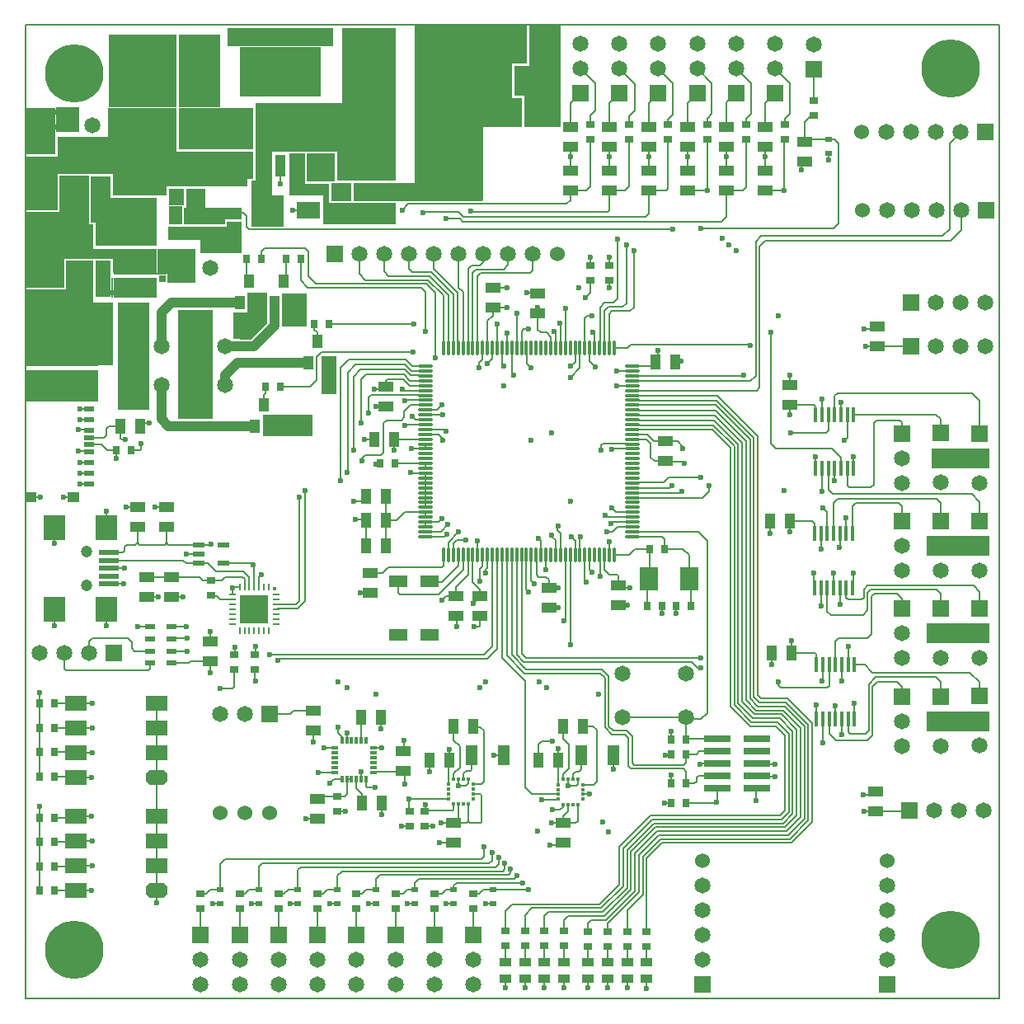
<source format=gtl>
%FSLAX25Y25*%
%MOIN*%
G70*
G01*
G75*
G04 Layer_Physical_Order=1*
G04 Layer_Color=255*
%ADD10R,0.06000X0.04000*%
%ADD11R,0.04000X0.06000*%
%ADD12R,0.08701X0.09252*%
%ADD13R,0.09252X0.10906*%
%ADD14R,0.05000X0.08000*%
%ADD15R,0.02799X0.03201*%
%ADD16R,0.04900X0.02200*%
%ADD17R,0.05118X0.03347*%
%ADD18R,0.02756X0.02362*%
%ADD19R,0.09449X0.07087*%
%ADD20R,0.07874X0.01969*%
%ADD21R,0.08661X0.09843*%
%ADD22R,0.04000X0.02000*%
%ADD23R,0.04700X0.04100*%
%ADD24R,0.11024X0.02953*%
%ADD25R,0.18701X0.55118*%
%ADD26R,0.01181X0.01772*%
%ADD27R,0.01772X0.01181*%
%ADD28R,0.01378X0.03150*%
%ADD29R,0.03150X0.01378*%
%ADD30R,0.04331X0.02362*%
%ADD31R,0.03201X0.02799*%
G04:AMPARAMS|DCode=32|XSize=60mil|YSize=85mil|CornerRadius=0mil|HoleSize=0mil|Usage=FLASHONLY|Rotation=90.000|XOffset=0mil|YOffset=0mil|HoleType=Round|Shape=Octagon|*
%AMOCTAGOND32*
4,1,8,-0.04250,-0.01500,-0.04250,0.01500,-0.02750,0.03000,0.02750,0.03000,0.04250,0.01500,0.04250,-0.01500,0.02750,-0.03000,-0.02750,-0.03000,-0.04250,-0.01500,0.0*
%
%ADD32OCTAGOND32*%

%ADD33R,0.08500X0.06000*%
%ADD34R,0.03937X0.05512*%
%ADD35R,0.01142X0.02756*%
%ADD36R,0.11811X0.11811*%
%ADD37R,0.02756X0.01142*%
%ADD38R,0.01772X0.01772*%
%ADD39R,0.03543X0.08268*%
%ADD40R,0.12992X0.08268*%
%ADD41R,0.04213X0.08504*%
%ADD42R,0.01181X0.06496*%
%ADD43R,0.07480X0.05118*%
%ADD44R,0.07480X0.09449*%
%ADD45O,0.01181X0.06496*%
%ADD46O,0.06496X0.01181*%
%ADD47C,0.00787*%
%ADD48C,0.03937*%
%ADD49R,0.23622X0.07874*%
%ADD50R,0.25591X0.07874*%
%ADD51R,0.06299X0.01181*%
%ADD52R,0.18504X0.00394*%
%ADD53R,0.03150X0.03150*%
%ADD54R,0.21654X0.00787*%
%ADD55R,0.11811X0.03937*%
%ADD56R,0.15748X0.09843*%
%ADD57R,0.03937X0.12205*%
%ADD58R,0.12992X0.16535*%
%ADD59R,0.14961X0.24803*%
%ADD60R,0.29528X0.12598*%
%ADD61R,0.00787X0.07874*%
%ADD62R,0.06299X0.13779*%
%ADD63R,0.17717X0.07874*%
%ADD64R,0.08268X0.18898*%
%ADD65R,0.24803X0.18898*%
%ADD66R,0.24803X0.00787*%
%ADD67R,0.06299X0.07087*%
%ADD68R,0.05512X0.07480*%
%ADD69R,0.52362X0.07480*%
%ADD70R,0.19685X0.07874*%
%ADD71R,0.11417X0.11417*%
%ADD72R,0.08268X0.07480*%
%ADD73R,0.01575X0.00394*%
%ADD74R,0.30315X0.16929*%
%ADD75R,0.09843X0.13779*%
%ADD76R,0.06299X0.15748*%
%ADD77R,0.20079X0.08661*%
%ADD78R,0.14173X0.44488*%
%ADD79R,0.12992X0.43307*%
%ADD80R,0.27559X0.29528*%
%ADD81R,0.16929X0.29528*%
%ADD82R,0.16535X0.05512*%
%ADD83R,0.09449X0.09843*%
%ADD84R,0.12205X0.18898*%
%ADD85R,0.01969X0.11024*%
%ADD86R,0.00787X0.11024*%
%ADD87R,0.05906X0.21654*%
%ADD88R,0.07874X0.03937*%
%ADD89R,0.42520X0.07520*%
%ADD90R,0.32795X0.20000*%
%ADD91C,0.06500*%
%ADD92R,0.06500X0.06500*%
%ADD93C,0.06000*%
%ADD94R,0.06500X0.06500*%
%ADD95R,0.07874X0.07874*%
%ADD96C,0.07874*%
%ADD97C,0.02362*%
%ADD98C,0.23622*%
%ADD99C,0.04724*%
G36*
X25591Y312992D02*
X27559D01*
Y303150D01*
X53150D01*
Y293307D01*
X35433D01*
Y299213D01*
X27559D01*
X15748D01*
Y287402D01*
X0D01*
Y299213D01*
X-0D01*
X-0Y318110D01*
X13780Y318110D01*
X13780Y332677D01*
X25591D01*
Y312992D01*
D02*
G37*
G36*
X87402Y306693D02*
X57874D01*
X57874Y312205D01*
X81496D01*
Y314173D01*
X87402D01*
X87402Y306693D01*
D02*
G37*
G36*
X27559Y277559D02*
X29528D01*
Y255906D01*
X0D01*
Y286614D01*
X16535D01*
Y298425D01*
X27559D01*
Y277559D01*
D02*
G37*
G36*
X97638Y273228D02*
X90945Y266535D01*
X86614D01*
Y277559D01*
X89764D01*
Y285433D01*
X97638D01*
Y273228D01*
D02*
G37*
G36*
X72835Y319685D02*
X87402D01*
Y314961D01*
X80709D01*
Y312992D01*
X64173D01*
Y319685D01*
X64961D01*
Y327559D01*
X72835D01*
Y319685D01*
D02*
G37*
G36*
X61024Y342520D02*
X92126D01*
Y331496D01*
X89764D01*
Y328346D01*
X57087D01*
Y324803D01*
X35433D01*
Y333465D01*
X12992D01*
Y318898D01*
X0D01*
Y340551D01*
X12992D01*
Y348425D01*
X33465D01*
Y360236D01*
X61024D01*
Y342520D01*
D02*
G37*
G36*
X149606Y330709D02*
X125984D01*
Y342520D01*
X99606D01*
Y330709D01*
X99606Y324803D01*
X104331Y324803D01*
X104331Y312205D01*
X99606Y312205D01*
Y312205D01*
X91339D01*
X91339Y330709D01*
X92913Y330709D01*
Y362205D01*
X127953D01*
Y392520D01*
X149606D01*
Y330709D01*
D02*
G37*
G36*
X112992Y329528D02*
X122835D01*
Y321654D01*
X149606D01*
Y312992D01*
X120472D01*
Y324803D01*
X106693D01*
Y341732D01*
X112992D01*
Y329528D01*
D02*
G37*
G36*
X202756Y377953D02*
X196850D01*
Y364173D01*
X200787D01*
Y352362D01*
X185039D01*
Y322835D01*
X157480D01*
Y393701D01*
X202756D01*
Y377953D01*
D02*
G37*
D10*
X49213Y162535D02*
D03*
Y170535D02*
D03*
X59055Y162535D02*
D03*
Y170535D02*
D03*
X344488Y271717D02*
D03*
Y263717D02*
D03*
X45276Y198882D02*
D03*
Y190882D02*
D03*
X57087D02*
D03*
Y198882D02*
D03*
X343701Y83858D02*
D03*
Y75858D02*
D03*
X220472Y334709D02*
D03*
Y326709D02*
D03*
X236220Y334709D02*
D03*
Y326709D02*
D03*
X220472Y344425D02*
D03*
Y352425D02*
D03*
X236220Y344425D02*
D03*
Y352425D02*
D03*
X251969Y334709D02*
D03*
Y326709D02*
D03*
X267717Y334709D02*
D03*
Y326709D02*
D03*
X251969Y344425D02*
D03*
Y352425D02*
D03*
X267717Y344488D02*
D03*
Y352488D02*
D03*
X283465Y334709D02*
D03*
Y326709D02*
D03*
X299213Y334709D02*
D03*
Y326709D02*
D03*
X283465Y344425D02*
D03*
Y352425D02*
D03*
X299213Y344425D02*
D03*
Y352425D02*
D03*
X17717Y251906D02*
D03*
Y259906D02*
D03*
X41339Y297307D02*
D03*
Y289307D02*
D03*
X5906Y259906D02*
D03*
Y251906D02*
D03*
X74803Y308992D02*
D03*
Y316992D02*
D03*
X144488Y316866D02*
D03*
Y324866D02*
D03*
X309055Y248158D02*
D03*
Y240158D02*
D03*
X116397Y108430D02*
D03*
Y116430D02*
D03*
X118110Y72772D02*
D03*
Y80772D02*
D03*
X152756Y100126D02*
D03*
Y92126D02*
D03*
X74803Y136551D02*
D03*
Y144551D02*
D03*
X314961Y338520D02*
D03*
Y346520D02*
D03*
X217409Y62929D02*
D03*
Y70929D02*
D03*
X173228Y62929D02*
D03*
Y70929D02*
D03*
X174016Y154661D02*
D03*
Y162661D02*
D03*
X145669Y247307D02*
D03*
Y239307D02*
D03*
X183858Y162661D02*
D03*
Y154661D02*
D03*
X211811Y166205D02*
D03*
Y158205D02*
D03*
X239764Y166992D02*
D03*
Y158992D02*
D03*
X258661Y225260D02*
D03*
Y217260D02*
D03*
X207087Y277102D02*
D03*
Y285102D02*
D03*
X188976Y279465D02*
D03*
Y287465D02*
D03*
X139370Y164047D02*
D03*
Y172047D02*
D03*
D11*
X38520Y231496D02*
D03*
X46520D02*
D03*
X7417Y344488D02*
D03*
X15417D02*
D03*
X200850Y372047D02*
D03*
X192850D02*
D03*
X301118Y192913D02*
D03*
X309118D02*
D03*
X301906Y139764D02*
D03*
X309906D02*
D03*
X144157Y79134D02*
D03*
X136157D02*
D03*
X143764Y113779D02*
D03*
X135764D02*
D03*
X207504Y96457D02*
D03*
X215504D02*
D03*
X225346Y110236D02*
D03*
X217346D02*
D03*
X163323Y96457D02*
D03*
X171323D02*
D03*
X181165Y110236D02*
D03*
X173165D02*
D03*
X148945Y225984D02*
D03*
X140945D02*
D03*
X254661Y257283D02*
D03*
X262662D02*
D03*
X145732Y193307D02*
D03*
X137732D02*
D03*
Y183071D02*
D03*
X145732D02*
D03*
X137732Y203150D02*
D03*
X145732D02*
D03*
D12*
X208917Y385827D02*
D03*
X196595D02*
D03*
D13*
X45276Y330984D02*
D03*
Y310748D02*
D03*
D14*
X237689Y98425D02*
D03*
X224689D02*
D03*
X193508D02*
D03*
X180508D02*
D03*
D15*
X269142Y158661D02*
D03*
X263142D02*
D03*
X251331D02*
D03*
X257331D02*
D03*
X89520Y299213D02*
D03*
X95520D02*
D03*
X97197Y247244D02*
D03*
X103197D02*
D03*
X105268Y299213D02*
D03*
X111268D02*
D03*
X116882Y272835D02*
D03*
X122882D02*
D03*
X11661Y73228D02*
D03*
X5661D02*
D03*
X11661Y63386D02*
D03*
X5661D02*
D03*
X11661Y53543D02*
D03*
X5661D02*
D03*
X11661Y43701D02*
D03*
X5661D02*
D03*
X11661Y119291D02*
D03*
X5661D02*
D03*
X11661Y109449D02*
D03*
X5661D02*
D03*
X11661Y99606D02*
D03*
X5661D02*
D03*
X11661Y89764D02*
D03*
X5661D02*
D03*
X36614Y221654D02*
D03*
X42614D02*
D03*
X261173Y104724D02*
D03*
X267173D02*
D03*
Y98819D02*
D03*
X261173D02*
D03*
X267173Y87008D02*
D03*
X261173D02*
D03*
Y79134D02*
D03*
X267173D02*
D03*
X149457Y216535D02*
D03*
X143457D02*
D03*
X252512Y181890D02*
D03*
X258512D02*
D03*
D16*
X70221Y179715D02*
D03*
Y175965D02*
D03*
Y183465D02*
D03*
X79921Y175965D02*
D03*
Y183465D02*
D03*
D17*
X251181Y7972D02*
D03*
Y14862D02*
D03*
X243307Y7972D02*
D03*
Y14862D02*
D03*
X235433Y7972D02*
D03*
Y14862D02*
D03*
X227559Y7972D02*
D03*
Y14862D02*
D03*
X217717Y7972D02*
D03*
Y14862D02*
D03*
X209842Y7972D02*
D03*
Y14862D02*
D03*
X201969Y7972D02*
D03*
Y14862D02*
D03*
X194095Y7972D02*
D03*
Y14862D02*
D03*
X61024Y325295D02*
D03*
Y332185D02*
D03*
D18*
X84646Y312165D02*
D03*
Y317756D02*
D03*
X141732Y38543D02*
D03*
Y44134D02*
D03*
X157480Y38543D02*
D03*
Y44134D02*
D03*
X173228Y38543D02*
D03*
Y44134D02*
D03*
X188976Y38543D02*
D03*
Y44134D02*
D03*
X125984Y38543D02*
D03*
Y44134D02*
D03*
X110236Y38543D02*
D03*
Y44134D02*
D03*
X94488Y38543D02*
D03*
Y44134D02*
D03*
X78740Y38543D02*
D03*
Y44134D02*
D03*
X324803Y341693D02*
D03*
Y347283D02*
D03*
D19*
X114370Y318898D02*
D03*
X98228D02*
D03*
D20*
X33661Y180315D02*
D03*
Y177165D02*
D03*
Y174016D02*
D03*
Y170866D02*
D03*
Y167717D02*
D03*
D21*
X32677Y190551D02*
D03*
X11811D02*
D03*
Y157480D02*
D03*
X32677D02*
D03*
D22*
X25788Y229823D02*
D03*
Y224114D02*
D03*
Y221162D02*
D03*
Y238484D02*
D03*
Y208170D02*
D03*
Y234154D02*
D03*
Y212500D02*
D03*
Y226870D02*
D03*
Y216831D02*
D03*
D23*
X19489Y243898D02*
D03*
X1969D02*
D03*
Y202756D02*
D03*
X19489D02*
D03*
D24*
X295669Y85039D02*
D03*
X279669D02*
D03*
X295669Y90039D02*
D03*
X279669D02*
D03*
X295669Y95039D02*
D03*
X279669D02*
D03*
X295669Y100039D02*
D03*
X279669D02*
D03*
X295669Y105039D02*
D03*
X279669D02*
D03*
D25*
X175197Y364173D02*
D03*
X138780D02*
D03*
D26*
X217409Y78543D02*
D03*
X219378D02*
D03*
X221346D02*
D03*
X223315D02*
D03*
Y88583D02*
D03*
X221346D02*
D03*
X219378D02*
D03*
X217409D02*
D03*
X173228Y78740D02*
D03*
X175197D02*
D03*
X177165D02*
D03*
X179134D02*
D03*
Y88780D02*
D03*
X177165D02*
D03*
X175197D02*
D03*
X173228D02*
D03*
D27*
X225382Y80610D02*
D03*
Y82579D02*
D03*
Y84547D02*
D03*
Y86516D02*
D03*
X215343D02*
D03*
Y84547D02*
D03*
Y82579D02*
D03*
Y80610D02*
D03*
X181201Y80807D02*
D03*
Y82776D02*
D03*
Y84744D02*
D03*
Y86713D02*
D03*
X171161D02*
D03*
Y84744D02*
D03*
Y82776D02*
D03*
Y80807D02*
D03*
D28*
X127953Y104331D02*
D03*
X129921D02*
D03*
X131890D02*
D03*
X133858D02*
D03*
X135827D02*
D03*
X137795D02*
D03*
Y88583D02*
D03*
X135827D02*
D03*
X133858D02*
D03*
X131890D02*
D03*
X129921D02*
D03*
X127953D02*
D03*
D29*
X140748Y101378D02*
D03*
Y99409D02*
D03*
Y97441D02*
D03*
Y95472D02*
D03*
Y93504D02*
D03*
Y91535D02*
D03*
X125000D02*
D03*
Y93504D02*
D03*
Y95472D02*
D03*
Y97441D02*
D03*
Y99409D02*
D03*
Y101378D02*
D03*
D30*
X59055Y135630D02*
D03*
Y140551D02*
D03*
Y145472D02*
D03*
Y150394D02*
D03*
X50394Y135630D02*
D03*
Y140551D02*
D03*
Y145472D02*
D03*
Y150394D02*
D03*
D31*
X75197Y169142D02*
D03*
Y163142D02*
D03*
X251181Y21016D02*
D03*
Y27016D02*
D03*
X243307Y21016D02*
D03*
Y27016D02*
D03*
X235433Y21016D02*
D03*
Y27016D02*
D03*
X228346Y347394D02*
D03*
Y353394D02*
D03*
X244094Y347394D02*
D03*
Y353394D02*
D03*
X227559Y21016D02*
D03*
Y27016D02*
D03*
X217717Y21260D02*
D03*
Y27260D02*
D03*
X209842Y21260D02*
D03*
Y27260D02*
D03*
X201969Y21260D02*
D03*
Y27260D02*
D03*
X259843Y347394D02*
D03*
Y353394D02*
D03*
X275591Y347394D02*
D03*
Y353394D02*
D03*
X194095Y21260D02*
D03*
Y27260D02*
D03*
X291339Y347394D02*
D03*
Y353394D02*
D03*
X307087Y347394D02*
D03*
Y353394D02*
D03*
X68898Y331740D02*
D03*
Y325740D02*
D03*
X61024Y315992D02*
D03*
Y309992D02*
D03*
X66929D02*
D03*
Y315992D02*
D03*
X128740Y319835D02*
D03*
Y325835D02*
D03*
X135827D02*
D03*
Y319835D02*
D03*
X133858Y36370D02*
D03*
Y42370D02*
D03*
X149606Y36370D02*
D03*
Y42370D02*
D03*
X165354Y36370D02*
D03*
Y42370D02*
D03*
X181102Y36370D02*
D03*
Y42370D02*
D03*
X118110Y36370D02*
D03*
Y42370D02*
D03*
X102362Y36370D02*
D03*
Y42370D02*
D03*
X86614Y36370D02*
D03*
Y42370D02*
D03*
X70866Y36370D02*
D03*
Y42370D02*
D03*
X92775Y139052D02*
D03*
Y133052D02*
D03*
X84507Y139052D02*
D03*
Y133052D02*
D03*
X155512Y69835D02*
D03*
Y75835D02*
D03*
X161417Y69835D02*
D03*
Y75835D02*
D03*
X228346Y296307D02*
D03*
Y290307D02*
D03*
X236221Y296307D02*
D03*
Y290307D02*
D03*
X125984Y75740D02*
D03*
Y81740D02*
D03*
X318898Y357236D02*
D03*
Y363236D02*
D03*
D32*
X52973Y43701D02*
D03*
X52973Y89449D02*
D03*
D33*
X52973Y53701D02*
D03*
Y63701D02*
D03*
Y73701D02*
D03*
X20472D02*
D03*
Y63701D02*
D03*
Y53701D02*
D03*
Y43701D02*
D03*
X52973Y99449D02*
D03*
Y109449D02*
D03*
Y119449D02*
D03*
X20472D02*
D03*
Y109449D02*
D03*
Y99449D02*
D03*
Y89449D02*
D03*
D34*
X86614Y281496D02*
D03*
X94094D02*
D03*
X90354Y290157D02*
D03*
X92717Y231496D02*
D03*
X100197D02*
D03*
X96457Y240157D02*
D03*
X100787Y281496D02*
D03*
X108268D02*
D03*
X104528Y290157D02*
D03*
X114370Y257087D02*
D03*
X121850D02*
D03*
X118110Y265748D02*
D03*
D35*
X98425Y166339D02*
D03*
Y148622D02*
D03*
X96457D02*
D03*
X94488D02*
D03*
X92520D02*
D03*
X90551D02*
D03*
X88583D02*
D03*
X86614D02*
D03*
X96457Y166339D02*
D03*
X94488D02*
D03*
X92520D02*
D03*
X90551D02*
D03*
X88583D02*
D03*
X86614D02*
D03*
D36*
X92520Y157480D02*
D03*
D37*
X101378Y151575D02*
D03*
Y153543D02*
D03*
Y155512D02*
D03*
Y157480D02*
D03*
Y159449D02*
D03*
Y161417D02*
D03*
Y163386D02*
D03*
X83662Y151575D02*
D03*
Y153543D02*
D03*
Y155512D02*
D03*
Y157480D02*
D03*
Y159449D02*
D03*
Y161417D02*
D03*
Y163386D02*
D03*
D38*
X100787Y165748D02*
D03*
D39*
X28740Y328150D02*
D03*
X19685D02*
D03*
X10630D02*
D03*
X30709Y292717D02*
D03*
X21654D02*
D03*
X12598D02*
D03*
D40*
X19685Y305709D02*
D03*
X21654Y270276D02*
D03*
D41*
X89764Y336614D02*
D03*
X96457D02*
D03*
X103150D02*
D03*
X109843D02*
D03*
X116535D02*
D03*
D42*
X319488Y214272D02*
D03*
X322047D02*
D03*
X324606D02*
D03*
X327165D02*
D03*
X329724D02*
D03*
X332284D02*
D03*
X334843D02*
D03*
X319488Y236122D02*
D03*
X322047D02*
D03*
X324606D02*
D03*
X327165D02*
D03*
X329724D02*
D03*
X332284D02*
D03*
X334843D02*
D03*
X319095Y166240D02*
D03*
X321654D02*
D03*
X324213D02*
D03*
X326772D02*
D03*
X329331D02*
D03*
X331890D02*
D03*
X334449D02*
D03*
X319095Y188091D02*
D03*
X321654D02*
D03*
X324213D02*
D03*
X326772D02*
D03*
X329331D02*
D03*
X331890D02*
D03*
X334449D02*
D03*
X319882Y113091D02*
D03*
X322441D02*
D03*
X325000D02*
D03*
X327559D02*
D03*
X330118D02*
D03*
X332677D02*
D03*
X335236D02*
D03*
X319882Y134941D02*
D03*
X322441D02*
D03*
X325000D02*
D03*
X327559D02*
D03*
X330118D02*
D03*
X332677D02*
D03*
X335236D02*
D03*
D43*
X163386Y168701D02*
D03*
Y147047D02*
D03*
X150787D02*
D03*
Y168701D02*
D03*
D44*
X268307Y169685D02*
D03*
X252165D02*
D03*
D45*
X169094Y262992D02*
D03*
X171063D02*
D03*
X173032D02*
D03*
X175000D02*
D03*
X176969D02*
D03*
X178937D02*
D03*
X180906D02*
D03*
X182874D02*
D03*
X184843D02*
D03*
X186811D02*
D03*
X188780D02*
D03*
X190748D02*
D03*
X192717D02*
D03*
X194685D02*
D03*
X196654D02*
D03*
X198622D02*
D03*
X200591D02*
D03*
X202559D02*
D03*
X204528D02*
D03*
X206496D02*
D03*
X208465D02*
D03*
X210433D02*
D03*
X212402D02*
D03*
X214370D02*
D03*
X216339D02*
D03*
X218307D02*
D03*
X220276D02*
D03*
X222244D02*
D03*
X224213D02*
D03*
X226181D02*
D03*
X228150D02*
D03*
X230118D02*
D03*
X232087D02*
D03*
X234055D02*
D03*
X236024D02*
D03*
X237992D02*
D03*
Y179528D02*
D03*
X236024D02*
D03*
X234055D02*
D03*
X232087D02*
D03*
X230118D02*
D03*
X228150D02*
D03*
X226181D02*
D03*
X224213D02*
D03*
X222244D02*
D03*
X220276D02*
D03*
X218307D02*
D03*
X216339D02*
D03*
X214370D02*
D03*
X212402D02*
D03*
X210433D02*
D03*
X208465D02*
D03*
X206496D02*
D03*
X204528D02*
D03*
X202559D02*
D03*
X200591D02*
D03*
X198622D02*
D03*
X196654D02*
D03*
X194685D02*
D03*
X192717D02*
D03*
X190748D02*
D03*
X188780D02*
D03*
X186811D02*
D03*
X184843D02*
D03*
X182874D02*
D03*
X180906D02*
D03*
X178937D02*
D03*
X176969D02*
D03*
X175000D02*
D03*
X173032D02*
D03*
X171063D02*
D03*
X169094D02*
D03*
D46*
X245276Y255709D02*
D03*
Y253740D02*
D03*
Y251772D02*
D03*
Y249803D02*
D03*
Y247835D02*
D03*
Y245866D02*
D03*
Y243898D02*
D03*
Y241929D02*
D03*
Y239961D02*
D03*
Y237992D02*
D03*
Y236024D02*
D03*
Y234055D02*
D03*
Y232087D02*
D03*
Y230118D02*
D03*
Y228150D02*
D03*
Y226181D02*
D03*
Y224213D02*
D03*
Y222244D02*
D03*
Y220276D02*
D03*
Y218307D02*
D03*
Y216339D02*
D03*
Y214370D02*
D03*
Y212402D02*
D03*
Y210433D02*
D03*
Y208465D02*
D03*
Y206496D02*
D03*
Y204528D02*
D03*
Y202559D02*
D03*
Y200591D02*
D03*
Y198622D02*
D03*
Y196654D02*
D03*
Y194685D02*
D03*
Y192717D02*
D03*
Y190748D02*
D03*
Y188780D02*
D03*
Y186811D02*
D03*
X161811D02*
D03*
Y188780D02*
D03*
Y190748D02*
D03*
Y192717D02*
D03*
Y194685D02*
D03*
Y196654D02*
D03*
Y198622D02*
D03*
Y200591D02*
D03*
Y202559D02*
D03*
Y204528D02*
D03*
Y206496D02*
D03*
Y208465D02*
D03*
Y210433D02*
D03*
Y212402D02*
D03*
Y214370D02*
D03*
Y216339D02*
D03*
Y218307D02*
D03*
Y220276D02*
D03*
Y222244D02*
D03*
Y224213D02*
D03*
Y226181D02*
D03*
Y228150D02*
D03*
Y230118D02*
D03*
Y232087D02*
D03*
Y234055D02*
D03*
Y236024D02*
D03*
Y237992D02*
D03*
Y239961D02*
D03*
Y241929D02*
D03*
Y243898D02*
D03*
Y245866D02*
D03*
Y247835D02*
D03*
Y249803D02*
D03*
Y251772D02*
D03*
Y253740D02*
D03*
Y255709D02*
D03*
D47*
X228346Y285433D02*
Y290307D01*
X226378Y283465D02*
X228346Y285433D01*
X227165Y275984D02*
X229134D01*
X226181Y275000D02*
X227165Y275984D01*
X226181Y262992D02*
Y275000D01*
X224410Y186221D02*
Y186614D01*
X338583Y155118D02*
X340551Y157087D01*
Y164173D01*
X341732Y165354D01*
X338976D02*
X340551Y166929D01*
X338976Y162205D02*
Y165354D01*
X338189Y161417D02*
X338976Y162205D01*
X342126Y162598D02*
X343307Y163779D01*
X342126Y147244D02*
Y162598D01*
X340551Y145669D02*
X342126Y147244D01*
X232172Y38189D02*
X240158Y46175D01*
X196850Y38189D02*
X232172D01*
X240158Y46175D02*
Y61417D01*
X232824Y36614D02*
X241732Y45523D01*
X233476Y35039D02*
X243307Y44870D01*
X234128Y33465D02*
X244882Y44218D01*
X234781Y31890D02*
X246457Y43566D01*
X235433Y30315D02*
X248031Y42913D01*
X235433Y27016D02*
Y30315D01*
X204724Y36614D02*
X232824D01*
X241732Y45523D02*
Y60765D01*
X211417Y35039D02*
X233476D01*
X243307Y44870D02*
Y60113D01*
X219291Y33465D02*
X234128D01*
X244882Y44218D02*
Y59460D01*
X228876Y31890D02*
X234781D01*
X246457Y43566D02*
Y58808D01*
X248031Y42913D02*
Y58156D01*
X243307Y35827D02*
X249606Y42126D01*
X243307Y27016D02*
Y35827D01*
X249606Y42126D02*
Y57503D01*
X257322Y62992D02*
X309684D01*
X279763Y243701D02*
X296063Y227401D01*
X279504Y241732D02*
X294488Y226748D01*
X256670Y64567D02*
X309032D01*
X256017Y66142D02*
X308380D01*
X279049Y239961D02*
X292913Y226096D01*
X278987Y237795D02*
X291339Y225444D01*
X255365Y67716D02*
X307727D01*
X254713Y69291D02*
X307075D01*
X278729Y235827D02*
X289764Y224792D01*
X278470Y233858D02*
X288189Y224139D01*
X254061Y70866D02*
X306423D01*
X253408Y72441D02*
X305770D01*
X278211Y231890D02*
X286614Y223487D01*
X304032Y111811D02*
X308661Y107182D01*
X293566Y111811D02*
X304032D01*
X305770Y72441D02*
X308661Y75332D01*
X304978Y74016D02*
X307087Y76124D01*
Y106530D01*
X304963Y113386D02*
X310236Y108113D01*
Y74680D02*
Y108113D01*
X306423Y70866D02*
X310236Y74680D01*
X307075Y69291D02*
X311811Y74027D01*
Y108765D01*
X305615Y114961D02*
X311811Y108765D01*
X306268Y116535D02*
X313386Y109417D01*
Y73375D02*
Y109417D01*
X307727Y67716D02*
X313386Y73375D01*
X308380Y66142D02*
X314961Y72723D01*
Y110070D01*
X306920Y118110D02*
X314961Y110070D01*
X307572Y119685D02*
X316535Y110722D01*
Y72070D02*
Y110722D01*
X309032Y64567D02*
X316535Y72070D01*
X318110Y71418D02*
Y111374D01*
X308225Y121260D02*
X318110Y111374D01*
X309684Y62992D02*
X318110Y71418D01*
X308661Y75332D02*
Y107182D01*
X252756Y74016D02*
X304978D01*
X303380Y110236D02*
X307087Y106530D01*
X292913Y110236D02*
X303380D01*
X297480Y121260D02*
X308225D01*
X296063Y122676D02*
X297480Y121260D01*
X296063Y122676D02*
Y227401D01*
X294488Y122024D02*
Y226748D01*
Y122024D02*
X296827Y119685D01*
X307572D01*
X296175Y118110D02*
X306920D01*
X292913Y121372D02*
X296175Y118110D01*
X292913Y121372D02*
Y226096D01*
X291339Y120719D02*
Y225444D01*
Y120719D02*
X295523Y116535D01*
X306268D01*
X294870Y114961D02*
X305615D01*
X289764Y120067D02*
X294870Y114961D01*
X289764Y120067D02*
Y224792D01*
X288189Y119415D02*
Y224139D01*
Y119415D02*
X294218Y113386D01*
X304963D01*
X286614Y118763D02*
X293566Y111811D01*
X286614Y118763D02*
Y223487D01*
X277756Y230118D02*
X285039Y222835D01*
Y118110D02*
Y222835D01*
Y118110D02*
X292913Y110236D01*
X155709Y239961D02*
X161811D01*
X153150Y237402D02*
X155709Y239961D01*
X153150Y235039D02*
Y237402D01*
X212402Y262992D02*
Y267520D01*
X210630Y269291D02*
X212402Y267520D01*
X208268Y269291D02*
X210630D01*
X186614Y256693D02*
X188780Y258858D01*
Y262992D01*
X183500Y256919D02*
X184843Y258262D01*
X183500Y255100D02*
Y256919D01*
X184843Y258262D02*
Y262992D01*
X151969Y233858D02*
X153150Y235039D01*
X146063Y233858D02*
X151969D01*
X223315Y86701D02*
Y88583D01*
X222630Y86016D02*
X223315Y86701D01*
X219378Y86016D02*
X222630D01*
X178170Y86213D02*
X179134Y87177D01*
X175197Y86213D02*
X178170D01*
X175197D02*
Y88780D01*
X251181Y56851D02*
X257322Y62992D01*
X251181Y27016D02*
Y56851D01*
X249606Y57503D02*
X256670Y64567D01*
X248031Y58156D02*
X256017Y66142D01*
X246457Y58808D02*
X255365Y67716D01*
X244882Y59460D02*
X254713Y69291D01*
X243307Y60113D02*
X254061Y70866D01*
X241732Y60765D02*
X253408Y72441D01*
X240158Y61417D02*
X252756Y74016D01*
X342520Y106299D02*
Y125984D01*
X340551Y104331D02*
X342520Y106299D01*
X327756Y104331D02*
X340551D01*
X343307Y163779D02*
X352362D01*
X340551Y166929D02*
X383465D01*
X341732Y165354D02*
X368504D01*
X202756Y256693D02*
X204331Y255118D01*
X202756Y256693D02*
Y262795D01*
X202559Y262992D02*
X202756Y262795D01*
X224213Y254921D02*
Y262992D01*
X220472Y251181D02*
X224213Y254921D01*
X228150Y257677D02*
X230315Y255512D01*
X228150Y257677D02*
Y262992D01*
X276378Y205118D02*
Y207480D01*
X273819Y202559D02*
X276378Y205118D01*
X245276Y202559D02*
X273819D01*
X322441Y198425D02*
X324213Y196653D01*
Y188091D02*
Y196653D01*
X331890Y188091D02*
Y194488D01*
X329134Y182283D02*
X329331Y182480D01*
Y188091D01*
X309055Y188583D02*
Y192850D01*
X309118Y192913D01*
X321654Y166240D02*
X321654Y166240D01*
X321654Y158661D02*
Y166240D01*
X190748Y272848D02*
X190800Y272900D01*
X194685Y262992D02*
Y268985D01*
X322441Y103543D02*
Y113091D01*
X322441Y113091D01*
X330118Y106890D02*
Y113091D01*
X325000Y107087D02*
X327756Y104331D01*
X332677Y134941D02*
Y142520D01*
X220276Y143504D02*
Y179528D01*
Y143504D02*
X220571Y143209D01*
X218307Y153346D02*
Y179528D01*
X217717Y152756D02*
X218307Y153346D01*
X329331Y159252D02*
Y166240D01*
X326772Y166240D02*
Y172047D01*
Y166240D02*
X326772Y166240D01*
X257331Y155661D02*
Y158661D01*
X263142Y155661D02*
Y158661D01*
X268307Y170472D02*
Y179331D01*
Y170472D02*
X269142Y169638D01*
Y158661D02*
Y169638D01*
X251331Y168851D02*
X252165Y169685D01*
X251331Y158661D02*
Y168851D01*
X237992Y179528D02*
X244071D01*
X246433Y181890D01*
X252512D01*
X245276Y186811D02*
X257283D01*
X258512Y185583D01*
Y181890D02*
Y185583D01*
X265748Y181890D02*
X268307Y179331D01*
X258512Y181890D02*
X265748D01*
X252165Y169685D02*
X252512Y170031D01*
Y181890D01*
X329921Y128347D02*
X330118Y128543D01*
Y134941D01*
X214961Y190551D02*
X215354Y190945D01*
X214961Y189370D02*
Y190551D01*
Y189370D02*
X216339Y187992D01*
Y179528D02*
Y187992D01*
X212800Y186840D02*
Y187300D01*
Y186840D02*
X214370Y185270D01*
X258161Y208661D02*
X260100Y210600D01*
X273000D01*
X245472Y208661D02*
X258161D01*
X245276Y206496D02*
X260496D01*
X261400Y207400D01*
X245276Y204528D02*
X265028D01*
X265500Y205000D01*
X245276Y208465D02*
X245472Y208661D01*
X327117Y347283D02*
X328600Y345800D01*
X324803Y347283D02*
X327117D01*
X204724Y82677D02*
X215343D01*
X201969Y85433D02*
X204724Y82677D01*
X181201Y86713D02*
X184350D01*
X185433Y87795D01*
Y108268D01*
X183858Y109843D02*
X185433Y108268D01*
X181559Y109843D02*
X183858D01*
X181165Y110236D02*
X181559Y109843D01*
X189370Y98425D02*
X193508D01*
X193508Y98425D01*
X215343Y82579D02*
Y82677D01*
X135307Y164047D02*
X139370D01*
X176969Y173425D02*
Y179528D01*
X166929Y163386D02*
X176969Y173425D01*
X151575Y163386D02*
X166929D01*
X150394Y169882D02*
X151181Y169095D01*
X150787Y164173D02*
X151575Y163386D01*
X150787Y164173D02*
Y168701D01*
X168504Y168504D02*
X175000Y175000D01*
Y179528D01*
X226181Y169094D02*
X226772Y168504D01*
X226181Y169094D02*
Y179528D01*
X237992Y262992D02*
X243307D01*
X279669Y79669D02*
Y85039D01*
X279528Y79528D02*
X279669Y79669D01*
X279134Y79134D02*
X279528Y79528D01*
X267173Y79134D02*
X279134D01*
X208661Y80315D02*
X215047D01*
X215343Y80610D01*
X215504Y96457D02*
Y100937D01*
X228150Y173425D02*
X229134Y172441D01*
X228150Y173425D02*
Y179528D01*
X213779Y269685D02*
X214370Y269095D01*
X266141Y216929D02*
X266535Y216535D01*
X262205Y216929D02*
X266141D01*
X262205Y216929D02*
X262205Y216929D01*
X234252Y109584D02*
Y129663D01*
X232419Y131496D02*
X234252Y129663D01*
X235827Y110236D02*
Y130315D01*
X233071Y133071D02*
X235827Y130315D01*
X271654Y133858D02*
X273228D01*
X269291Y136221D02*
X271654Y133858D01*
X275590Y115354D02*
Y185236D01*
X273228Y112992D02*
X275590Y115354D01*
X272047Y188780D02*
X275590Y185236D01*
X237143Y106693D02*
X242520D01*
X234252Y109584D02*
X237143Y106693D01*
X237795Y108268D02*
X243172D01*
X235827Y110236D02*
X237795Y108268D01*
X242520Y106693D02*
X243701Y105512D01*
X243172Y108268D02*
X245276Y106164D01*
X267173Y95520D02*
Y98819D01*
X266142Y94488D02*
X267173Y95520D01*
X246063Y94488D02*
X266142D01*
X267173Y87008D02*
Y91882D01*
X266142Y92913D02*
X267173Y91882D01*
X244882Y92913D02*
X266142D01*
X245276Y95276D02*
X246063Y94488D01*
X245276Y95276D02*
Y106164D01*
X296732Y89764D02*
X303150D01*
X296339Y89370D02*
X296732Y89764D01*
X295669Y90039D02*
X296339Y89370D01*
X295827Y94882D02*
X303150D01*
X295669Y95039D02*
X295827Y94882D01*
X272992Y95039D02*
X279669D01*
X258661Y98425D02*
X260780D01*
X261173Y98819D01*
X243701Y94095D02*
Y105512D01*
Y94095D02*
X244882Y92913D01*
X204528Y169095D02*
X205906Y167717D01*
X202559Y165550D02*
X203543Y164567D01*
X202559Y165550D02*
Y179528D01*
X204528Y169095D02*
Y179528D01*
X206693Y171323D02*
X207480Y170536D01*
X206693Y171323D02*
Y179331D01*
X207480Y170536D02*
X210567D01*
X211811Y169291D01*
Y166205D02*
Y169291D01*
X138189Y85433D02*
X141339D01*
X137795Y85827D02*
X138189Y85433D01*
X137795Y85827D02*
Y88583D01*
X212205Y62205D02*
X216685D01*
X217409Y62929D01*
X172504Y62205D02*
X173228Y62929D01*
X210433Y173425D02*
Y179528D01*
X239035Y247835D02*
X245276D01*
X192717Y256383D02*
X193300Y255800D01*
X192717Y256383D02*
Y262992D01*
X177165Y316142D02*
X250787D01*
X175197Y318110D02*
X177165Y316142D01*
X175591Y315354D02*
X176772Y314173D01*
X170078Y315354D02*
X175591D01*
X250787Y316142D02*
X251969Y317323D01*
X180315Y318110D02*
X235433D01*
X179921Y318504D02*
X180315Y318110D01*
X235433D02*
X236220Y318898D01*
X152362Y318898D02*
X154724Y321260D01*
X138582Y242913D02*
X139763Y244094D01*
X161811Y243898D02*
Y244094D01*
X141669Y239307D02*
X145669D01*
X152307Y246456D02*
X152897Y245866D01*
X130709Y258268D02*
X153790D01*
X156349Y255709D01*
X133465Y256299D02*
X153532D01*
X156091Y253740D01*
X135433Y254331D02*
X153273D01*
X156349Y255709D02*
X161811D01*
X156091Y253740D02*
X161811D01*
X155635Y251969D02*
X161614D01*
X153273Y254331D02*
X155635Y251969D01*
X161614D02*
X161811Y251772D01*
X155573Y249803D02*
X161811D01*
X153015Y252362D02*
X155573Y249803D01*
X155315Y247835D02*
X161811D01*
X251969Y317323D02*
Y326709D01*
X236220Y318898D02*
Y326709D01*
X244094Y328346D02*
Y347394D01*
X228346Y328346D02*
Y347394D01*
X259843Y327559D02*
Y347394D01*
X165748Y258267D02*
Y259055D01*
X165748Y258267D02*
X165748Y258267D01*
X122882Y272835D02*
X157087D01*
X385827Y228504D02*
Y241732D01*
X368209Y236122D02*
X370079Y234252D01*
X334843Y236122D02*
X368209D01*
X84350Y132895D02*
X84507Y133052D01*
X245276Y188780D02*
X272047D01*
X267173Y112992D02*
X273228D01*
X240614Y166142D02*
X244488D01*
X239764Y166992D02*
X240614Y166142D01*
X232283Y170866D02*
Y179331D01*
X232087Y179528D02*
X232283Y179331D01*
X342126Y82284D02*
X343701Y83858D01*
X338583Y82284D02*
X342126D01*
X222244Y179528D02*
Y185236D01*
X207087Y277102D02*
X207087Y277102D01*
X214370Y262992D02*
Y269095D01*
X207087Y277102D02*
Y279528D01*
X202756Y285433D02*
X206756D01*
X207087Y285102D01*
X182874Y179528D02*
Y185236D01*
X210433Y179528D02*
X210630Y179331D01*
X236221Y171260D02*
X239370D01*
X234055Y173425D02*
X236221Y171260D01*
X234055Y173425D02*
Y179528D01*
X239764Y166992D02*
Y170866D01*
X239370Y171260D02*
X239764Y170866D01*
X211811Y166205D02*
X215291D01*
X211811Y158205D02*
X215291D01*
X239764Y158992D02*
X243370D01*
X145732Y183071D02*
Y193307D01*
Y203150D01*
X145929Y202953D01*
X140748Y101378D02*
X144004D01*
X135827Y88583D02*
Y91839D01*
X1969Y202756D02*
X6000D01*
X15457D02*
X19489D01*
X22106Y216831D02*
X25788D01*
X32677Y190551D02*
Y197154D01*
X11811Y183949D02*
Y190551D01*
Y150878D02*
Y157480D01*
X49213Y162535D02*
X53894D01*
X40594Y198882D02*
X45276D01*
X52405D02*
X57087D01*
X301118Y188232D02*
Y192913D01*
X301906Y135083D02*
Y139764D01*
X144157Y74453D02*
Y79134D01*
X143764Y109098D02*
Y113779D01*
X237689Y92744D02*
Y98425D01*
X163323Y91775D02*
Y96457D01*
X107964Y318898D02*
X114370D01*
X138673Y38543D02*
X141732D01*
X154421D02*
X157480D01*
X170169D02*
X173228D01*
X185917D02*
X188976D01*
X122925Y38543D02*
X125984D01*
X107177Y38543D02*
X110236D01*
X91429D02*
X94488D01*
X75681Y38543D02*
X78740D01*
X219378Y86016D02*
Y88583D01*
X179134Y87177D02*
Y88780D01*
X59055Y140551D02*
X62027D01*
X327165Y209342D02*
Y214272D01*
X334843D02*
Y219201D01*
X339807Y263717D02*
X344488D01*
X339020Y75858D02*
X343701D01*
X212728Y70929D02*
X217409D01*
X225382Y82579D02*
X227949D01*
X261173Y104724D02*
Y108006D01*
Y87008D02*
Y90289D01*
X152230Y69835D02*
X155512D01*
X161417D02*
X164699D01*
X125984Y75740D02*
X129266D01*
X89520Y290992D02*
X90354Y290157D01*
X89520Y290992D02*
Y299213D01*
X104528Y290157D02*
X105268Y290898D01*
Y299213D01*
X318898Y363236D02*
Y375827D01*
X314961Y346520D02*
X315724Y347283D01*
X324803D01*
X314961Y346520D02*
Y354331D01*
X317866Y357236D01*
X318898D01*
X209842Y14862D02*
Y21260D01*
X217717Y14862D02*
Y21260D01*
X133858Y25748D02*
Y36370D01*
X118110Y25748D02*
Y36370D01*
X149606Y25748D02*
Y36370D01*
X102362Y25748D02*
Y36370D01*
X165354Y25748D02*
Y36370D01*
X86614Y25748D02*
Y36370D01*
X181102Y25748D02*
Y36370D01*
X70866Y25906D02*
Y36370D01*
X32677Y150787D02*
Y157480D01*
X25788Y224114D02*
X30611D01*
X49213Y170535D02*
X59055D01*
X57087Y184252D02*
Y190882D01*
X56299Y183465D02*
X57087Y184252D01*
X57874Y183465D01*
X70221D01*
X44488D02*
X45276Y184252D01*
Y190882D01*
Y184252D02*
X46063Y183465D01*
X56299D01*
X70221Y175965D02*
X73900D01*
X113429Y72772D02*
X118110D01*
X59055Y162535D02*
X63736D01*
X62027Y140551D02*
Y140551D01*
X344551Y263780D02*
X357953D01*
X344488Y263717D02*
X344551Y263780D01*
X357197Y75858D02*
X357323Y75984D01*
X343701Y75858D02*
X357197D01*
X319882Y134941D02*
Y139173D01*
X319291Y139764D02*
X319882Y139173D01*
X309906Y139764D02*
X319291D01*
X309118Y192913D02*
X318110D01*
X319095Y191929D01*
Y188091D02*
Y191929D01*
X309906Y139764D02*
Y144819D01*
X267126Y113583D02*
X267173Y113535D01*
Y104724D02*
X267488Y105039D01*
X279669D01*
X272480Y100039D02*
X279669D01*
X271260Y98819D02*
X272480Y100039D01*
X267173Y98819D02*
X271260D01*
X215343Y86516D02*
Y96295D01*
X215504Y96457D01*
X225382Y86516D02*
X229823D01*
X231102Y87795D01*
X224689Y92799D02*
Y98425D01*
X223622Y91732D02*
X224689Y92799D01*
X222441Y91732D02*
X223622D01*
X221346Y90638D02*
X222441Y91732D01*
X221346Y88583D02*
Y90638D01*
X217346Y105095D02*
Y110236D01*
Y105095D02*
X219685Y102756D01*
X217409Y88583D02*
Y90638D01*
X219685Y92913D01*
Y102756D01*
X222504Y70929D02*
X223315Y71740D01*
X217409Y70929D02*
X222504D01*
X223315Y71740D02*
Y78543D01*
X179134Y71653D02*
Y78740D01*
X178410Y70929D02*
X179134Y71653D01*
X173228Y70929D02*
X178410D01*
X175197Y72898D02*
Y78740D01*
X173228Y70929D02*
X175197Y72898D01*
X173228Y76378D02*
Y78740D01*
X129921Y82677D02*
Y88583D01*
X128984Y81740D02*
X129921Y82677D01*
X125984Y81740D02*
X128984D01*
X119079D02*
X125984D01*
X118110Y80772D02*
X119079Y81740D01*
X135827Y104331D02*
Y113716D01*
X135764Y113779D02*
X135827Y113716D01*
X153154Y100524D02*
Y104331D01*
X152756Y100126D02*
X153154Y100524D01*
X152756Y92126D02*
X153543Y91338D01*
Y86614D02*
Y91338D01*
X152756Y91634D02*
Y92126D01*
X140748Y91535D02*
X140847Y91634D01*
X152756D01*
X136157Y79134D02*
Y82740D01*
X133858Y85039D02*
X136157Y82740D01*
X133858Y85039D02*
Y88583D01*
X22106Y212500D02*
X25788D01*
X22106Y234154D02*
X25788D01*
X22106Y208170D02*
X25788D01*
X22106Y238484D02*
X25788D01*
X30611Y224114D02*
X33071Y221654D01*
X36614D01*
X140945Y246457D02*
X144819D01*
X36614Y218503D02*
Y221654D01*
X84646Y317756D02*
X88149D01*
X89370Y316535D01*
X177165Y88780D02*
Y90945D01*
X173165Y104394D02*
Y110236D01*
Y104394D02*
X175591Y101969D01*
X171260Y96520D02*
Y100787D01*
X173228Y88780D02*
Y90945D01*
X175591Y93307D01*
Y101969D01*
X171161Y86713D02*
Y96421D01*
X171260Y96520D01*
X172834Y75984D02*
X173228Y76378D01*
X216142Y76378D02*
X217323Y77559D01*
X217409D01*
Y78543D01*
X212992Y76378D02*
X216142D01*
X129921Y104331D02*
Y107410D01*
X129921Y107410D01*
X127953Y104331D02*
Y105905D01*
X126378Y107480D02*
X127953Y105905D01*
X126378Y107480D02*
Y109843D01*
X161811Y76228D02*
Y78346D01*
X161811Y78346D02*
X161811Y78346D01*
X161417Y75835D02*
X161567Y75984D01*
X161811Y76228D01*
X161567Y75984D02*
X172834D01*
X118504Y91339D02*
X118701Y91535D01*
X125000D01*
X155118Y76228D02*
Y80709D01*
Y76228D02*
X155512Y75835D01*
X155118Y80709D02*
X155217Y80807D01*
X171161D01*
X124803Y88583D02*
X127953D01*
X123228Y87008D02*
X124803Y88583D01*
X241535Y113583D02*
X267126D01*
X89370Y312205D02*
Y316535D01*
X370079Y228661D02*
Y234252D01*
X354331Y228504D02*
Y233071D01*
X353543Y233858D02*
X354331Y233071D01*
X344094Y233858D02*
X353543D01*
X385827Y193071D02*
Y200787D01*
X382677Y203937D02*
X385827Y200787D01*
X326378Y203937D02*
X382677D01*
X370079Y193071D02*
Y200394D01*
X368504Y201969D02*
X370079Y200394D01*
X328346Y201969D02*
X368504D01*
X354331Y193071D02*
Y199213D01*
X353150Y200394D02*
X354331Y199213D01*
X335827Y200394D02*
X353150D01*
X385827Y157638D02*
Y164567D01*
X383465Y166929D02*
X385827Y164567D01*
X370079Y157795D02*
Y163779D01*
X368504Y165354D02*
X370079Y163779D01*
X354331Y157638D02*
Y161811D01*
X352362Y163779D02*
X354331Y161811D01*
X89370Y312205D02*
X90551Y311024D01*
X308992Y240221D02*
X309055Y240158D01*
X267173Y104724D02*
Y112992D01*
Y113535D01*
X327559Y113091D02*
Y118504D01*
X319882Y113091D02*
Y118701D01*
X385827Y122362D02*
Y127953D01*
X381890Y131890D02*
X385827Y127953D01*
X342520Y131890D02*
X381890D01*
X370079Y122205D02*
Y127953D01*
X368110Y129921D02*
X370079Y127953D01*
X354331Y122205D02*
Y125984D01*
X352362Y127953D02*
X354331Y125984D01*
X342520Y125984D02*
X344488Y127953D01*
X352362D01*
X328740Y145669D02*
X340551D01*
X327559Y144488D02*
X328740Y145669D01*
X327559Y134941D02*
Y144488D01*
X325590Y155118D02*
X338583D01*
X324213Y156496D02*
X325590Y155118D01*
X324213Y156496D02*
Y166240D01*
X334449Y188091D02*
Y199016D01*
X335827Y200394D01*
X326772Y200394D02*
X328346Y201969D01*
X326772Y188091D02*
Y200394D01*
X324606Y205709D02*
X326378Y203937D01*
X324606Y205709D02*
Y214272D01*
X332284Y207480D02*
Y214272D01*
Y207480D02*
X333071Y206693D01*
X341732D01*
X342913Y207874D01*
Y232677D01*
X344094Y233858D01*
X331890Y162205D02*
Y166240D01*
Y162205D02*
X332677Y161417D01*
X335236Y134941D02*
X339469D01*
X342520Y131890D01*
X332677Y107874D02*
Y113091D01*
Y107874D02*
X333465Y107087D01*
X339764D01*
X340945Y108268D01*
X325000Y107087D02*
Y113091D01*
X258992Y216929D02*
X262205D01*
X163583Y168504D02*
X168504D01*
X163386Y168701D02*
X163583Y168504D01*
X150787Y168701D02*
X151181Y169095D01*
X198622Y276968D02*
X198819Y277165D01*
X198622Y262992D02*
Y276968D01*
X127559Y255118D02*
X130709Y258268D01*
X130315Y253149D02*
X133465Y256299D01*
X132677Y251574D02*
X135433Y254331D01*
X237598Y222244D02*
X245276D01*
X233465Y224409D02*
X245276D01*
X254661Y257283D02*
X255906Y258527D01*
Y262008D01*
X138582Y236614D02*
Y242913D01*
X161811Y198622D02*
Y200591D01*
Y202559D01*
Y204528D01*
Y206496D01*
Y208465D01*
Y210433D01*
Y222244D02*
Y224213D01*
X148945Y225984D02*
X149142Y226181D01*
X148945Y226181D02*
X161811D01*
X148945Y221717D02*
Y225984D01*
X161811Y190748D02*
Y192717D01*
X313779Y335039D02*
Y337338D01*
X314961Y338520D01*
X319488Y214272D02*
Y219201D01*
X306693Y347000D02*
X307087Y347394D01*
X306693Y326772D02*
Y347000D01*
X275591Y326772D02*
Y347394D01*
X103197Y247244D02*
X114961D01*
X117717Y250000D01*
Y259544D01*
X119589Y261417D01*
X236024Y179528D02*
Y184843D01*
X119589Y261417D02*
X156693D01*
X245276Y255709D02*
X253087D01*
X254661Y257283D01*
X239173Y253740D02*
X245276D01*
X161811Y194685D02*
Y196654D01*
X262992Y257614D02*
X263252Y257874D01*
X264961D01*
X232677Y223622D02*
X233465Y224409D01*
X232677Y221654D02*
Y223622D01*
X25690Y221260D02*
X25788Y221162D01*
X21260Y221260D02*
X25690D01*
X25689Y229921D02*
X25788Y229823D01*
X21260Y229921D02*
X25689D01*
X224213Y179528D02*
Y186024D01*
X224410Y186221D01*
X220866Y186614D02*
X222244Y185236D01*
Y257544D02*
Y262992D01*
X220300Y255600D02*
X222244Y257544D01*
X214370Y179528D02*
Y185270D01*
X208465Y179528D02*
Y184935D01*
X207400Y186000D02*
X208465Y184935D01*
X322047Y205153D02*
Y214272D01*
Y205153D02*
X322200Y205000D01*
X230118Y262992D02*
Y268482D01*
X229500Y269100D02*
X230118Y268482D01*
X229500Y269100D02*
Y269300D01*
X329724Y214272D02*
Y218876D01*
X326200Y222400D02*
X329724Y218876D01*
X245276Y245866D02*
X295600D01*
X296850Y247117D01*
X309055Y248158D02*
Y251969D01*
Y236221D02*
Y240158D01*
X308205Y239433D02*
X308929Y240158D01*
X308992Y240221D01*
X307087Y240158D02*
X308929D01*
X309055D01*
X301575Y224369D02*
X303543Y222400D01*
X301575Y224369D02*
Y269291D01*
X303543Y222400D02*
X326200D01*
X305512Y125591D02*
X324016D01*
X304331Y126772D02*
X305512Y125591D01*
X304331Y126772D02*
Y127953D01*
X254394Y217260D02*
X258661D01*
X252756Y218898D02*
X254394Y217260D01*
X252756Y218898D02*
Y224409D01*
X250984Y226181D02*
X252756Y224409D01*
X245276Y226181D02*
X250984D01*
X245276Y230118D02*
X277756D01*
X245276Y232087D02*
X245472Y231890D01*
X278211D01*
X245276Y234055D02*
X245473Y233858D01*
X278470D01*
X245276Y236024D02*
X245472Y235827D01*
X278729D01*
X245276Y237992D02*
X245473Y237795D01*
X278987D01*
X245276Y239961D02*
X279049D01*
X245276Y241929D02*
X245473Y241732D01*
X279504D01*
X245276Y243898D02*
X245472Y243701D01*
X279763D01*
X193300Y255800D02*
X193400D01*
X190748Y262992D02*
Y272848D01*
X216142Y273228D02*
X216339Y273031D01*
Y262992D02*
Y273031D01*
X344094Y272110D02*
X344488Y271717D01*
X342850Y270866D02*
X344094Y272110D01*
X338976Y270866D02*
X342850D01*
X218504Y279134D02*
X218504Y279134D01*
Y263189D02*
Y279134D01*
X218504Y263189D02*
X218504Y263189D01*
X227559Y14862D02*
Y21016D01*
X227559Y21016D02*
X227559Y21016D01*
X235433Y14862D02*
Y21016D01*
X243307Y14862D02*
Y21016D01*
Y14862D02*
X243307Y14862D01*
X251181D02*
Y21016D01*
X201969Y4331D02*
Y7972D01*
X201969Y4331D02*
Y7972D01*
X209842Y4331D02*
Y7972D01*
X217717Y4331D02*
Y7972D01*
X227559Y4331D02*
Y7972D01*
X235433Y4331D02*
Y7972D01*
X243307Y4331D02*
Y7972D01*
X251181Y3937D02*
Y7972D01*
X130315Y212992D02*
Y253149D01*
X129921Y212598D02*
X130315Y212992D01*
X132677Y221653D02*
Y251574D01*
X135827Y232677D02*
Y250394D01*
X137795Y252362D01*
X153015D01*
X127559Y209449D02*
Y255118D01*
X161811Y214370D02*
Y216339D01*
X149653D02*
X161811D01*
X149457Y216535D02*
X149653Y216339D01*
X143701Y219685D02*
X144882Y220866D01*
Y232677D01*
X146063Y233858D01*
X143063Y216142D02*
X143457Y216535D01*
X141732Y216142D02*
X143063D01*
X169094Y175000D02*
Y179528D01*
X168504Y174409D02*
X169094Y175000D01*
X153347Y196654D02*
X161811D01*
X150000Y193307D02*
X153347Y196654D01*
X145732Y193307D02*
X150000D01*
X340945Y108268D02*
Y127165D01*
X343701Y129921D01*
X368110D01*
X324016Y125591D02*
X325000Y126575D01*
Y134941D01*
X322047Y128347D02*
X322441Y128740D01*
Y134941D01*
X332677Y161417D02*
X338189D01*
X160630Y317717D02*
X161024Y318110D01*
X175197D01*
X243307Y262992D02*
X244882Y264567D01*
X245079Y264370D01*
X292717D02*
X292913Y264173D01*
X245079Y264370D02*
X292717D01*
X295276Y251772D02*
Y305976D01*
X297568Y308268D01*
X245276Y249803D02*
X245473Y249606D01*
X293110D01*
X290354Y251772D02*
X290551Y251969D01*
X245276Y251772D02*
X290354D01*
X293110Y249606D02*
X295276Y251772D01*
X154724Y321260D02*
X218898D01*
X174409Y185433D02*
X177953D01*
X173032Y179528D02*
Y184055D01*
X174409Y185433D01*
X171063Y179528D02*
Y184449D01*
X175197Y188583D01*
X161811Y186811D02*
X169488D01*
X170472Y187795D01*
X167913Y188780D02*
X170866Y191732D01*
X161811Y188780D02*
X167913D01*
X161811Y192717D02*
X167126D01*
X168504Y194095D01*
X137732Y183071D02*
Y193307D01*
X137339Y193701D02*
X137732Y193307D01*
X133465Y193701D02*
X137339D01*
X161811Y210433D02*
Y212402D01*
X156102D02*
X161811D01*
X155905Y212598D02*
X156102Y212402D01*
X156102Y222244D02*
X161811D01*
X139763Y244094D02*
X161811D01*
X153543Y241732D02*
X153740Y241929D01*
X161811D01*
X137008Y225984D02*
X140945D01*
X161811Y228150D02*
X167126D01*
X169488Y230118D02*
X170079Y229528D01*
X161811Y230118D02*
X169488D01*
X161811Y236024D02*
X168701D01*
X161811Y237992D02*
X166339D01*
X168504Y240158D01*
X167126Y228150D02*
X168898Y226378D01*
Y225590D02*
Y226378D01*
X153543Y231890D02*
X153740Y232087D01*
X157677Y234055D02*
X161811D01*
X153740Y232087D02*
X161811D01*
X156299Y235433D02*
X157677Y234055D01*
X202362Y137795D02*
X273228D01*
X201575Y136221D02*
X269291D01*
X202497Y133071D02*
X233071D01*
X194685Y138656D02*
Y179528D01*
Y138656D02*
X201845Y131496D01*
X232419D01*
X201969Y85433D02*
Y128347D01*
X200591Y139567D02*
X202362Y137795D01*
X200591Y139567D02*
Y179528D01*
X198622Y139173D02*
X201575Y136221D01*
X198622Y139173D02*
Y179528D01*
X196654Y138915D02*
Y179528D01*
Y138915D02*
X202497Y133071D01*
X192717Y137598D02*
X201969Y128347D01*
X192717Y137598D02*
Y179528D01*
X174016Y154661D02*
X174409Y154268D01*
Y150394D02*
Y154268D01*
X174016Y166339D02*
X178937Y171260D01*
X174016Y162661D02*
Y166339D01*
X178937Y171260D02*
Y179528D01*
X184843Y174606D02*
Y179528D01*
X180906Y168509D02*
Y179528D01*
X183858Y173622D02*
X184843Y174606D01*
X183858Y168897D02*
Y173622D01*
X186811Y174213D02*
Y179528D01*
X186221Y173622D02*
X186811Y174213D01*
X186221Y172048D02*
Y173622D01*
X183858Y162661D02*
Y165556D01*
X180906Y168509D02*
X183858Y165556D01*
X181496Y150394D02*
X183465D01*
X183858Y150787D01*
Y154661D01*
X194095Y14862D02*
Y21260D01*
X201969Y14862D02*
Y21260D01*
X188976Y44134D02*
X203504D01*
X203543Y44094D01*
X174409Y46850D02*
X201181D01*
X173228Y45669D02*
X174409Y46850D01*
X173228Y44134D02*
Y45669D01*
X197638Y48425D02*
X198819Y49606D01*
X125984Y44134D02*
Y49606D01*
X127953Y51575D01*
X110236Y44134D02*
Y51968D01*
X111417Y53150D01*
X141732Y44134D02*
Y48425D01*
X143307Y50000D01*
X157480Y44134D02*
Y46850D01*
X159055Y48425D01*
X197638D01*
X94488Y44134D02*
Y53543D01*
X95669Y54724D01*
X227559Y27016D02*
Y30573D01*
X228876Y31890D01*
X201969Y33858D02*
X204724Y36614D01*
X201969Y27260D02*
Y33858D01*
X209842Y27260D02*
Y33465D01*
X211417Y35039D01*
X217717Y27260D02*
Y31890D01*
X219291Y33465D01*
X194095Y27260D02*
Y35433D01*
X196850Y38189D01*
X5661Y63386D02*
Y73228D01*
Y53543D02*
Y63386D01*
Y43701D02*
Y53543D01*
X5661Y89764D02*
Y99606D01*
Y109449D01*
Y119291D01*
X5661Y73228D02*
Y77803D01*
X11661Y73228D02*
X20000D01*
X20472Y73701D01*
X11661Y63386D02*
X20157D01*
X20472Y63701D01*
X11661Y53543D02*
X20315D01*
X20472Y53701D01*
X11661Y43701D02*
X20472D01*
X11661Y89764D02*
X20158D01*
X20472Y89449D01*
X11661Y99606D02*
X20315D01*
X20472Y99449D01*
X11661Y109449D02*
X20472D01*
X5661Y119291D02*
Y123772D01*
X11819Y119449D02*
X20472D01*
X11661Y119291D02*
X11819Y119449D01*
X101968Y136614D02*
X102756Y137402D01*
X20472Y119449D02*
X27008D01*
X20472Y109449D02*
X27165D01*
X20472Y99449D02*
X26929D01*
X20472Y89449D02*
X26851D01*
X20472Y73701D02*
X26850D01*
X20472Y63701D02*
X27087D01*
X20472Y53701D02*
X26929D01*
X20472Y43701D02*
X26772D01*
X232087Y262992D02*
X232284Y263189D01*
X236024Y262992D02*
Y276772D01*
X234055Y262992D02*
Y277953D01*
X232284Y263189D02*
Y279528D01*
X236024Y276772D02*
X237205Y277953D01*
X234055D02*
X235827Y279724D01*
X232284Y279528D02*
X234055Y281299D01*
X237598D01*
X239370Y283071D01*
Y307087D01*
X235827Y279724D02*
X241535D01*
X242913Y281102D01*
Y304724D01*
X237205Y277953D02*
X244488D01*
X246063Y279528D01*
Y302362D01*
X111268Y290307D02*
Y299213D01*
Y290307D02*
X114173Y287402D01*
X160236D01*
X161811Y285827D01*
Y269685D02*
Y285827D01*
X165748Y258267D02*
Y285433D01*
X162205Y288976D02*
X165748Y285433D01*
X117323Y288976D02*
X162205D01*
X114370Y291929D02*
X117323Y288976D01*
X112992Y303543D02*
X114370Y302165D01*
Y291929D02*
Y302165D01*
X135039Y292913D02*
Y301181D01*
Y292913D02*
X137402Y290551D01*
X162857D01*
X169094Y262992D02*
Y284314D01*
X162857Y290551D02*
X169094Y284314D01*
X163509Y292126D02*
X171063Y284572D01*
X146850Y292126D02*
X163509D01*
X145039Y293937D02*
X146850Y292126D01*
X145039Y293937D02*
Y301181D01*
X171063Y262992D02*
Y284572D01*
X164162Y293701D02*
X173032Y284831D01*
X156299Y293701D02*
X164162D01*
X155039Y294961D02*
X156299Y293701D01*
X155039Y294961D02*
Y301181D01*
X173032Y262992D02*
Y284831D01*
X174803Y263189D02*
Y285286D01*
X165039Y295050D02*
X174803Y285286D01*
X165039Y295050D02*
Y301181D01*
X176969Y262992D02*
Y285630D01*
X175039Y287559D02*
X176969Y285630D01*
X175039Y287559D02*
Y301181D01*
X180906Y293566D02*
X182222Y294882D01*
X180906Y262992D02*
Y293566D01*
X182874Y292126D02*
X184055Y293307D01*
X182874Y262992D02*
Y292126D01*
X205039Y294409D02*
Y301181D01*
X203937Y293307D02*
X205039Y294409D01*
X184055Y293307D02*
X203937D01*
X178937Y262992D02*
Y295079D01*
X254133Y225260D02*
X258661D01*
X251440Y227953D02*
X254133Y225260D01*
X245472Y227953D02*
X251440D01*
X245276Y228150D02*
X245472Y227953D01*
X311024Y240158D02*
X318701D01*
X319488Y239370D01*
X324606Y229725D02*
Y236122D01*
X323712Y228831D02*
X324606Y229725D01*
X309358Y228831D02*
X323712D01*
X322047Y236122D02*
X322047Y236122D01*
X322047Y236122D02*
Y242520D01*
X332284Y226772D02*
Y236122D01*
X331102Y225590D02*
X332284Y226772D01*
X52973Y43701D02*
X52973Y43701D01*
X52973Y89449D02*
Y99449D01*
Y109449D01*
Y119449D01*
X52973Y38760D02*
Y43701D01*
X52973Y43701D02*
Y89449D01*
X261173Y79134D02*
X261173Y79134D01*
X258268Y79134D02*
X261173D01*
X370866Y308268D02*
X373622Y311024D01*
Y345905D01*
X378110Y350394D01*
X297568Y308268D02*
X370866D01*
X296850Y303937D02*
X299213Y306299D01*
X296850Y247117D02*
Y303937D01*
X299213Y306299D02*
X374016D01*
X378425Y310709D01*
Y318898D01*
X90551Y311024D02*
X261417D01*
X273228Y311417D02*
X326772D01*
X328600Y313246D01*
Y345800D01*
X176772Y314173D02*
X281496D01*
X283465Y316142D01*
Y326709D01*
X70221Y183465D02*
X74803D01*
X75000Y183661D01*
X33661Y167717D02*
X33661Y167717D01*
X39764D01*
X42913Y141732D02*
X44094Y140551D01*
X42913Y141732D02*
Y144095D01*
X41339Y145669D02*
X42913Y144095D01*
X27165Y145669D02*
X41339D01*
X25748Y144252D02*
X27165Y145669D01*
X25748Y139764D02*
Y144252D01*
X44094Y140551D02*
X50394D01*
X92775Y139052D02*
X92913Y139190D01*
Y142520D01*
X84507Y139052D02*
X84646Y139190D01*
Y142126D01*
X84507Y126239D02*
Y133052D01*
X83761Y125493D02*
X84507Y126239D01*
X78838Y125493D02*
X83761D01*
X74803Y131890D02*
Y136551D01*
Y144551D02*
Y148358D01*
Y144551D02*
X74803Y144551D01*
X59055Y135630D02*
X65945D01*
X66866Y136551D01*
X74803D01*
X62027Y140551D02*
X62028Y140551D01*
X65354D01*
X59055Y145472D02*
X59252Y145276D01*
X59646Y145669D01*
X59055Y150394D02*
X59055Y150394D01*
X64961D01*
X59646Y145669D02*
X65354D01*
X101378Y159449D02*
X109449D01*
X101378Y157480D02*
X101594Y157697D01*
X109924D01*
X109449Y159449D02*
X110630Y160630D01*
X79921Y175965D02*
X91358D01*
X92520Y166339D02*
Y174803D01*
X90551Y166339D02*
Y170472D01*
X88189Y172835D02*
X90551Y170472D01*
X73900Y175965D02*
X77030Y172835D01*
X88189D01*
X78740Y161417D02*
X83662D01*
X77409Y162748D02*
X78740Y161417D01*
X74803Y162748D02*
X77409D01*
X88583Y166339D02*
Y169685D01*
X87732Y170535D02*
X88583Y169685D01*
X79315Y169142D02*
X80709Y170535D01*
X75197Y169142D02*
X79315D01*
X80709Y170535D02*
X87732D01*
X71866Y169142D02*
X75197D01*
X70472Y170535D02*
X71866Y169142D01*
X59055Y170535D02*
X70472D01*
X65148Y179715D02*
X70221D01*
X33661Y174016D02*
X40157D01*
X40157Y174016D01*
X91929Y175394D02*
X91929D01*
X91358Y175965D02*
X91929Y175394D01*
X92520Y174803D01*
X83662Y163386D02*
Y166142D01*
X83858Y166339D02*
X86614D01*
X83662Y166142D02*
X83858Y166339D01*
X129921Y88583D02*
X131890D01*
X92775Y128346D02*
Y133052D01*
X236221Y296307D02*
Y299606D01*
X228346Y296307D02*
Y299606D01*
X236221Y287402D02*
Y290307D01*
X194095Y4331D02*
Y7972D01*
X108556Y116430D02*
X116397D01*
X107154Y115028D02*
X108556Y116430D01*
X98838Y115028D02*
X107154D01*
X116397Y103682D02*
Y108430D01*
X120669Y101378D02*
X125000D01*
X103150Y329528D02*
Y336614D01*
X188976Y287465D02*
X194819D01*
X167386Y62929D02*
X173228D01*
X94488Y166339D02*
Y170473D01*
X95276Y171260D01*
X170142Y162661D02*
X174016D01*
X168504Y161024D02*
X170142Y162661D01*
X181102Y159906D02*
X183858Y162661D01*
X258661Y225260D02*
X263717D01*
X265748Y223228D01*
Y222441D02*
Y223228D01*
X188976Y279465D02*
X194819D01*
X181201Y82776D02*
X183760D01*
X184252Y82284D01*
Y71260D02*
Y82284D01*
X183921Y70929D02*
X184252Y71260D01*
X179858Y70929D02*
X183921D01*
X179134Y71653D02*
X179858Y70929D01*
X168173D02*
X173228D01*
X42614Y221654D02*
X46457D01*
X46520Y231496D02*
X46913Y231102D01*
X48488Y232677D01*
X295276Y79921D02*
Y84646D01*
X295669Y85039D01*
X33858Y231496D02*
X38520D01*
X32677Y230315D02*
X33858Y231496D01*
X32677Y227657D02*
Y230315D01*
X31890Y226870D02*
X32677Y227657D01*
X25788Y226870D02*
X31890D01*
X236220Y326709D02*
X242457D01*
X244094Y328346D01*
X220472Y326709D02*
X226709D01*
X228346Y328346D01*
X283465Y326709D02*
X290094D01*
X291339Y327953D01*
X251969Y326709D02*
X258992D01*
X259843Y327559D01*
X299213Y326709D02*
X306630D01*
X306693Y326772D01*
X267717Y326709D02*
X274740D01*
X218898Y321260D02*
X220472Y322835D01*
Y326709D01*
Y352425D02*
Y362047D01*
X224409Y365984D01*
X236220Y362047D02*
X240157Y365984D01*
X236220Y352425D02*
Y362047D01*
X251969D02*
X255906Y365984D01*
X251969Y352425D02*
Y362047D01*
X267717D02*
X271654Y365984D01*
X267717Y352488D02*
Y362047D01*
X283465Y362331D02*
X287276Y366142D01*
X283465Y352425D02*
Y362331D01*
X299213Y362047D02*
X303150Y365984D01*
X299213Y352425D02*
Y362047D01*
X303150Y375984D02*
X309055Y370079D01*
X287276Y376142D02*
X293307Y370111D01*
X271654Y375984D02*
X277559Y370079D01*
X255906Y375984D02*
X261811Y370079D01*
X240157Y375984D02*
X246457Y369685D01*
X224409Y375984D02*
X230315Y370079D01*
X228346Y353394D02*
Y357086D01*
X230315Y359055D01*
Y370079D01*
X244094Y353394D02*
Y356693D01*
X246457Y359055D01*
Y369685D01*
X259843Y353394D02*
Y355512D01*
X261811Y357480D01*
Y370079D01*
X275591Y353394D02*
Y355906D01*
X277559Y357874D01*
Y370079D01*
X291339Y353394D02*
Y355906D01*
X293307Y357874D01*
Y370111D01*
X307087Y353394D02*
Y355906D01*
X309055Y357874D01*
Y370079D01*
X236220Y344425D02*
X236221Y344425D01*
Y340551D02*
Y344425D01*
X251969Y344425D02*
X251969Y344425D01*
X251969Y340551D02*
Y344425D01*
X267717Y344488D02*
X267717Y344488D01*
X267717Y340551D02*
Y344488D01*
X283465Y344425D02*
X283465Y344425D01*
X283465Y340551D02*
Y344425D01*
X220472Y344425D02*
X220472Y344425D01*
Y340551D02*
Y344425D01*
X291339Y327953D02*
Y347394D01*
X299213Y340551D02*
Y344425D01*
Y334709D02*
Y340551D01*
X283465Y334709D02*
Y340551D01*
X283465Y340551D02*
X283465Y340551D01*
X267717Y334709D02*
Y340551D01*
X267717Y340551D02*
X267717Y340551D01*
X251969Y334709D02*
Y340551D01*
X251969Y340551D02*
X251969Y340551D01*
X236220Y334709D02*
Y340551D01*
X236221Y340551D01*
X220472Y334709D02*
Y340551D01*
X220472Y340551D01*
X38520Y226441D02*
X38976Y225984D01*
X40551D01*
X38520Y226441D02*
Y231496D01*
X46457Y221654D02*
X46850Y222047D01*
Y224410D01*
X48488Y232677D02*
X50000D01*
X237402Y188583D02*
X239567Y190748D01*
X245276D01*
X235039Y188583D02*
X237402D01*
X237008Y198425D02*
X238779Y196654D01*
X245276D01*
X234842Y194685D02*
X245276D01*
X234251Y195275D02*
X234842Y194685D01*
X237205Y192717D02*
X245276D01*
X236614Y192126D02*
X237205Y192717D01*
X132677Y201181D02*
X135764D01*
X137732Y203150D01*
X112992Y160765D02*
Y205512D01*
X109924Y157697D02*
X112992Y160765D01*
X110630Y202756D02*
X110630Y202756D01*
Y160630D02*
Y202756D01*
X324803Y341693D02*
X324803Y341693D01*
X324803Y338976D02*
Y341693D01*
X382677Y244882D02*
X385827Y241732D01*
X328346Y244882D02*
X382677D01*
X327165Y243701D02*
X328346Y244882D01*
X327165Y236122D02*
Y243701D01*
X329724Y236122D02*
Y241051D01*
X334449Y166240D02*
X334646Y166437D01*
Y172047D01*
X318898Y166437D02*
X319095Y166240D01*
X318898Y166437D02*
Y172047D01*
X321654Y188090D02*
X321654Y188091D01*
X321654Y181890D02*
Y188090D01*
X335236Y113091D02*
Y119095D01*
X335039Y119291D02*
X335236Y119095D01*
X50394Y150394D02*
X50394Y150394D01*
X45276Y150394D02*
X50394D01*
X102756Y137402D02*
X186614D01*
X190748Y141535D01*
Y179528D01*
X95520Y299213D02*
Y302213D01*
X96850Y303543D01*
X112992D01*
X118110Y265748D02*
Y269244D01*
X116882Y270472D02*
X118110Y269244D01*
X116882Y270472D02*
Y272835D01*
X96457Y240157D02*
Y244094D01*
X97197Y244835D01*
Y247244D01*
X33661Y180315D02*
X39370D01*
X40945Y183465D02*
X44488D01*
X39370Y180315D02*
X40157Y181102D01*
Y182677D01*
X40945Y183465D01*
X33661Y177165D02*
X63779D01*
X64980Y175965D01*
X70221D01*
X15748Y133465D02*
Y139764D01*
Y133465D02*
X16535Y132677D01*
X49606D01*
X50394Y133465D01*
Y135630D01*
X143307Y50000D02*
X195276D01*
X196063Y50787D01*
Y52362D01*
X127953Y51575D02*
X192913D01*
X193701Y52362D01*
Y54724D01*
X111417Y53150D02*
X190157D01*
X191339Y54331D01*
Y57087D01*
X95669Y54724D02*
X187402D01*
X188583Y55905D01*
Y59055D01*
X184252Y56299D02*
X185433Y57480D01*
Y61417D01*
X78740Y44134D02*
Y54331D01*
X80709Y56299D01*
X184252D01*
X70866Y42370D02*
X73039D01*
X74803Y44134D01*
X78740D01*
X86614Y42370D02*
X88787D01*
X90551Y44134D01*
X94488D01*
X102362Y42370D02*
X104535D01*
X106299Y44134D01*
X110236D01*
X118110Y42370D02*
X120283D01*
X122047Y44134D01*
X125984D01*
X133858Y42370D02*
X136031D01*
X137795Y44134D01*
X141732D01*
X149606Y42370D02*
X152661D01*
X154425Y44134D01*
X157480D01*
X165354Y42370D02*
X168409D01*
X170173Y44134D01*
X173228D01*
X181102Y42370D02*
X183276D01*
X185039Y44134D01*
X188976D01*
X267173Y87008D02*
X270472D01*
X271260Y89370D02*
X271929Y90039D01*
X271260Y87795D02*
Y89370D01*
X271929Y90039D02*
X279669D01*
X270472Y87008D02*
X271260Y87795D01*
X207504Y96457D02*
Y102780D01*
X208661Y103937D01*
X212992D01*
X217409Y70929D02*
Y73709D01*
X219378Y75677D01*
Y78543D01*
X177165Y90945D02*
X178347Y92126D01*
X179921D01*
X180508Y92712D01*
Y98425D01*
X225346Y110236D02*
X229528D01*
X231102Y108661D01*
Y87795D02*
Y108661D01*
X98819Y138976D02*
X185433D01*
X188780Y142323D01*
Y179528D01*
X139370Y172047D02*
X144488D01*
X146850Y174409D01*
X168504D01*
X136221Y217323D02*
Y218504D01*
X137402Y219685D01*
X143701D01*
X152897Y245866D02*
X161811D01*
X145669Y247307D02*
Y249606D01*
X146457Y250394D01*
X152756D01*
X155315Y247835D01*
X185039Y297638D02*
Y301181D01*
X183858Y296457D02*
X185039Y297638D01*
X180315Y296457D02*
X183858D01*
X178937Y295079D02*
X180315Y296457D01*
X207087Y270472D02*
X208268Y269291D01*
X207087Y270472D02*
Y277102D01*
X201403Y270695D02*
X203543D01*
X200591Y269882D02*
X201403Y270695D01*
X200591Y262992D02*
Y269882D01*
X196654Y252558D02*
X197244Y251968D01*
X196654Y252558D02*
Y262992D01*
X188976Y276181D02*
Y279465D01*
X186811Y274016D02*
X188976Y276181D01*
X186811Y262992D02*
Y274016D01*
X182222Y294882D02*
X193307D01*
X195039Y296614D01*
Y301181D01*
X0Y0D02*
Y393701D01*
X393701D01*
Y0D02*
Y393701D01*
X0Y0D02*
X393701D01*
D48*
X59055Y281496D02*
X86614D01*
X55118Y277559D02*
X59055Y281496D01*
X55118Y263780D02*
Y277559D01*
X80866Y263780D02*
X92520D01*
X100787Y272047D01*
Y281496D01*
X57874Y231496D02*
X92717D01*
X55118Y234252D02*
X57874Y231496D01*
X55118Y234252D02*
Y248032D01*
X80709D02*
Y251969D01*
X85827Y257087D02*
X114370D01*
X80709Y251969D02*
X85827Y257087D01*
D49*
X377953Y218504D02*
D03*
D50*
X376969Y183071D02*
D03*
Y147638D02*
D03*
Y112205D02*
D03*
D51*
X31496Y297835D02*
D03*
D52*
X43898Y291535D02*
D03*
D53*
X55512Y290945D02*
D03*
D54*
X46260Y292913D02*
D03*
D55*
X62992Y291338D02*
D03*
D56*
X61024Y298228D02*
D03*
D57*
X199606Y371063D02*
D03*
D58*
X210039Y385433D02*
D03*
D59*
X209055Y364764D02*
D03*
D60*
X14764Y247638D02*
D03*
D61*
X35039Y287402D02*
D03*
D62*
X31496Y290354D02*
D03*
D63*
X44291Y287402D02*
D03*
D64*
X30512Y323228D02*
D03*
D65*
X40748Y314567D02*
D03*
D66*
Y304725D02*
D03*
D67*
X61024Y324016D02*
D03*
D68*
X60630Y316732D02*
D03*
D69*
X158858Y326181D02*
D03*
D70*
X175197Y332677D02*
D03*
D71*
X119488Y336024D02*
D03*
D72*
X127756Y326181D02*
D03*
D73*
X124409Y330118D02*
D03*
D74*
X76968Y351772D02*
D03*
D75*
X108858Y278543D02*
D03*
D76*
X122835Y251969D02*
D03*
D77*
X106102Y231890D02*
D03*
D78*
X68898Y256496D02*
D03*
D79*
X43898Y259842D02*
D03*
D80*
X47244Y375000D02*
D03*
D81*
X70276Y375000D02*
D03*
D82*
X79134Y303937D02*
D03*
D83*
X16929Y355315D02*
D03*
D84*
X6102Y350787D02*
D03*
D85*
X85630Y272047D02*
D03*
D86*
X84252D02*
D03*
D87*
X32480Y266732D02*
D03*
D88*
X31496Y279528D02*
D03*
D89*
X103148Y388643D02*
D03*
D90*
X103152Y374883D02*
D03*
D91*
X78838Y115028D02*
D03*
X88838D02*
D03*
X55118Y263780D02*
D03*
Y248032D02*
D03*
X80866Y263780D02*
D03*
X367323Y75984D02*
D03*
X377323D02*
D03*
X387323D02*
D03*
X80709Y248032D02*
D03*
X224409Y375984D02*
D03*
Y385984D02*
D03*
X240157Y375984D02*
D03*
Y385984D02*
D03*
X255906Y375984D02*
D03*
Y385984D02*
D03*
X271654Y375984D02*
D03*
Y385984D02*
D03*
X287276Y376142D02*
D03*
Y386142D02*
D03*
X303150Y375984D02*
D03*
Y385984D02*
D03*
X206693Y358268D02*
D03*
X74803Y295276D02*
D03*
X27165Y352913D02*
D03*
X370079Y218661D02*
D03*
Y208661D02*
D03*
X354331Y218504D02*
D03*
Y208504D02*
D03*
X385827Y218504D02*
D03*
Y208504D02*
D03*
X370079Y183071D02*
D03*
Y173071D02*
D03*
X354331Y183071D02*
D03*
Y173071D02*
D03*
X385827Y183071D02*
D03*
Y173071D02*
D03*
X370079Y147795D02*
D03*
Y137795D02*
D03*
X354331Y147638D02*
D03*
Y137638D02*
D03*
X385827Y147638D02*
D03*
Y137638D02*
D03*
X370079Y112205D02*
D03*
Y102205D02*
D03*
X354331Y112205D02*
D03*
Y102205D02*
D03*
X385827Y112362D02*
D03*
Y102362D02*
D03*
X133858Y15748D02*
D03*
Y5748D02*
D03*
X118110Y15748D02*
D03*
Y5748D02*
D03*
X149606Y15748D02*
D03*
Y5748D02*
D03*
X102362Y15748D02*
D03*
Y5748D02*
D03*
X165354Y15748D02*
D03*
Y5748D02*
D03*
X86614Y15748D02*
D03*
Y5748D02*
D03*
X181102Y15748D02*
D03*
Y5748D02*
D03*
X70866Y15906D02*
D03*
Y5906D02*
D03*
X318898Y385827D02*
D03*
X267126Y131299D02*
D03*
X241535D02*
D03*
X267126Y113583D02*
D03*
X241535D02*
D03*
X367953Y263780D02*
D03*
X377953D02*
D03*
X387953D02*
D03*
X165039Y301181D02*
D03*
X155039Y301181D02*
D03*
X145039D02*
D03*
X135039D02*
D03*
X175039Y301181D02*
D03*
X185039D02*
D03*
X195039D02*
D03*
X205039D02*
D03*
X378425Y318898D02*
D03*
X368425D02*
D03*
X358425D02*
D03*
X348425D02*
D03*
X378110Y350394D02*
D03*
X368110D02*
D03*
X358110D02*
D03*
X348110D02*
D03*
X273622Y15748D02*
D03*
Y25748D02*
D03*
Y35748D02*
D03*
Y45748D02*
D03*
X348425Y15590D02*
D03*
Y25591D02*
D03*
Y35591D02*
D03*
Y45591D02*
D03*
X367953Y281496D02*
D03*
X377953D02*
D03*
X387953D02*
D03*
X25748Y139764D02*
D03*
X15748D02*
D03*
X5748D02*
D03*
D92*
X98838Y115028D02*
D03*
X45118Y263780D02*
D03*
Y248032D02*
D03*
X70866Y263780D02*
D03*
X357323Y75984D02*
D03*
X70709Y248032D02*
D03*
X196693Y358268D02*
D03*
X64803Y295276D02*
D03*
X357953Y263780D02*
D03*
X125039Y301181D02*
D03*
X388425Y318898D02*
D03*
X388110Y350394D02*
D03*
X357953Y281496D02*
D03*
X35748Y139764D02*
D03*
D93*
X78838Y75028D02*
D03*
X88838D02*
D03*
X98838D02*
D03*
X215039Y301181D02*
D03*
X338425Y318898D02*
D03*
X338110Y350394D02*
D03*
X273622Y55748D02*
D03*
X348425Y55590D02*
D03*
D94*
X224409Y365984D02*
D03*
X240157D02*
D03*
X255906D02*
D03*
X271654D02*
D03*
X287276Y366142D02*
D03*
X303150Y365984D02*
D03*
X27165Y342913D02*
D03*
X370079Y228661D02*
D03*
X354331Y228504D02*
D03*
X385827D02*
D03*
X370079Y193071D02*
D03*
X354331D02*
D03*
X385827D02*
D03*
X370079Y157795D02*
D03*
X354331Y157638D02*
D03*
X385827D02*
D03*
X370079Y122205D02*
D03*
X354331D02*
D03*
X385827Y122362D02*
D03*
X133858Y25748D02*
D03*
X118110Y25748D02*
D03*
X149606Y25748D02*
D03*
X102362D02*
D03*
X165354D02*
D03*
X86614D02*
D03*
X181102D02*
D03*
X70866Y25906D02*
D03*
X318898Y375827D02*
D03*
X273622Y5748D02*
D03*
X348425Y5591D02*
D03*
D95*
X47087Y354331D02*
D03*
D96*
X67087D02*
D03*
D97*
X223622Y287402D02*
D03*
X226378Y283465D02*
D03*
X229134Y275984D02*
D03*
X224410Y186614D02*
D03*
X186614Y256693D02*
D03*
X175197Y86213D02*
D03*
X102362Y234252D02*
D03*
X106299D02*
D03*
X110236D02*
D03*
X114173D02*
D03*
X204331Y225590D02*
D03*
Y255118D02*
D03*
X230315Y255512D02*
D03*
X220472Y251181D02*
D03*
X276378Y207480D02*
D03*
X322441Y198425D02*
D03*
X331890Y194488D02*
D03*
X329134Y182283D02*
D03*
X309055Y188583D02*
D03*
X321654Y158661D02*
D03*
X194685Y268985D02*
D03*
X190800Y272900D02*
D03*
X322441Y103543D02*
D03*
X330118Y106890D02*
D03*
X332677Y142520D02*
D03*
X220571Y143209D02*
D03*
X217717Y152756D02*
D03*
X329331Y159252D02*
D03*
X326772Y172047D02*
D03*
X257331Y155661D02*
D03*
X263142Y155661D02*
D03*
X329921Y128347D02*
D03*
X215354Y190945D02*
D03*
X212800Y187300D02*
D03*
X273000Y210600D02*
D03*
X261400Y207400D02*
D03*
X265500Y205000D02*
D03*
X189370Y98425D02*
D03*
X135307Y164047D02*
D03*
X235827Y67323D02*
D03*
X233465Y71260D02*
D03*
X226772Y168504D02*
D03*
X279528Y79528D02*
D03*
X141339Y85433D02*
D03*
X141732Y123228D02*
D03*
X231890D02*
D03*
X210630Y125591D02*
D03*
X207874Y127953D02*
D03*
X208661Y80315D02*
D03*
X212992Y103937D02*
D03*
X215504Y100937D02*
D03*
X229134Y172441D02*
D03*
X213779Y269685D02*
D03*
X266535Y216535D02*
D03*
X273228Y133858D02*
D03*
X303150Y89764D02*
D03*
Y94882D02*
D03*
X273228Y137795D02*
D03*
X272835Y94882D02*
D03*
X258661Y98425D02*
D03*
X203543Y164567D02*
D03*
X205906Y167717D02*
D03*
X212205Y62205D02*
D03*
X210433Y173425D02*
D03*
X239035Y247835D02*
D03*
X170078Y315354D02*
D03*
X179921Y318504D02*
D03*
X152362Y318898D02*
D03*
X141669Y239307D02*
D03*
X152307Y246456D02*
D03*
X165748Y259055D02*
D03*
X161811Y269685D02*
D03*
X157087Y272835D02*
D03*
X92913Y128346D02*
D03*
X244488Y166142D02*
D03*
X232283Y170866D02*
D03*
X338583Y82284D02*
D03*
X207087Y279528D02*
D03*
X202756Y285433D02*
D03*
X182874Y185236D02*
D03*
X212598Y375984D02*
D03*
Y372047D02*
D03*
Y368110D02*
D03*
X206693D02*
D03*
Y372047D02*
D03*
Y375984D02*
D03*
X173228Y330709D02*
D03*
X179134D02*
D03*
Y324803D02*
D03*
X173228D02*
D03*
X167323D02*
D03*
X161417D02*
D03*
X167323Y389764D02*
D03*
Y383858D02*
D03*
Y377953D02*
D03*
Y372047D02*
D03*
Y366142D02*
D03*
Y360236D02*
D03*
Y354331D02*
D03*
Y348425D02*
D03*
Y342520D02*
D03*
Y336614D02*
D03*
Y330709D02*
D03*
X161417D02*
D03*
Y336614D02*
D03*
Y342520D02*
D03*
Y348425D02*
D03*
Y354331D02*
D03*
Y360236D02*
D03*
Y366142D02*
D03*
Y372047D02*
D03*
Y377953D02*
D03*
Y383858D02*
D03*
Y389764D02*
D03*
X5906Y244094D02*
D03*
X9843D02*
D03*
X13780D02*
D03*
X27559D02*
D03*
Y248032D02*
D03*
Y251969D02*
D03*
X31496Y285433D02*
D03*
X35433D02*
D03*
X39370D02*
D03*
X43307D02*
D03*
X47244D02*
D03*
X51181D02*
D03*
X33465Y307087D02*
D03*
Y311024D02*
D03*
Y314961D02*
D03*
Y318898D02*
D03*
X41339Y307087D02*
D03*
Y311024D02*
D03*
Y314961D02*
D03*
Y318898D02*
D03*
X49213D02*
D03*
Y314961D02*
D03*
Y311024D02*
D03*
Y307087D02*
D03*
X82677Y358268D02*
D03*
Y354331D02*
D03*
Y350394D02*
D03*
X90551Y358268D02*
D03*
Y354331D02*
D03*
Y350394D02*
D03*
Y346457D02*
D03*
X74803D02*
D03*
X57087Y342520D02*
D03*
X45276D02*
D03*
X37402D02*
D03*
X45276Y346457D02*
D03*
X37402Y350394D02*
D03*
Y354331D02*
D03*
X57087Y358268D02*
D03*
Y354331D02*
D03*
Y350394D02*
D03*
Y346457D02*
D03*
X37402D02*
D03*
Y358268D02*
D03*
X82677Y346457D02*
D03*
X215291Y166205D02*
D03*
Y158205D02*
D03*
X243370Y158992D02*
D03*
X144004Y101378D02*
D03*
X135827Y91839D02*
D03*
X6000Y202756D02*
D03*
X15457D02*
D03*
X22106Y216831D02*
D03*
X32677Y197154D02*
D03*
X11811Y183949D02*
D03*
Y150878D02*
D03*
X53894Y162535D02*
D03*
X63736D02*
D03*
X40594Y198882D02*
D03*
X52405D02*
D03*
X301118Y188232D02*
D03*
X301906Y135083D02*
D03*
X113429Y72772D02*
D03*
X144157Y74453D02*
D03*
X143764Y109098D02*
D03*
X237689Y92744D02*
D03*
X163323Y91775D02*
D03*
X107964Y318898D02*
D03*
X138673Y38543D02*
D03*
X154421D02*
D03*
X170169D02*
D03*
X185917D02*
D03*
X122925Y38543D02*
D03*
X107177Y38543D02*
D03*
X91429D02*
D03*
X75681Y38543D02*
D03*
X219378Y86016D02*
D03*
X327165Y209342D02*
D03*
X334843Y219201D02*
D03*
X339807Y263717D02*
D03*
X339020Y75858D02*
D03*
X212728Y70929D02*
D03*
X227949Y82579D02*
D03*
X261173Y108006D02*
D03*
Y90289D02*
D03*
X152230Y69835D02*
D03*
X164699D02*
D03*
X129266Y75740D02*
D03*
X39370Y275591D02*
D03*
X47244D02*
D03*
X39370Y269685D02*
D03*
X47244D02*
D03*
X72835Y275591D02*
D03*
X68898D02*
D03*
X64961D02*
D03*
Y269685D02*
D03*
X72835D02*
D03*
X64961Y257874D02*
D03*
X72835D02*
D03*
X47244Y253937D02*
D03*
X39370D02*
D03*
X32677Y150787D02*
D03*
X309906Y144819D02*
D03*
X153154Y104331D02*
D03*
X153543Y86614D02*
D03*
X22106Y212500D02*
D03*
Y234154D02*
D03*
Y208170D02*
D03*
Y238484D02*
D03*
X129921Y212598D02*
D03*
X132677Y221653D02*
D03*
X135827Y232677D02*
D03*
X140945Y246457D02*
D03*
X36614Y218503D02*
D03*
X138582Y236614D02*
D03*
X171260Y100787D02*
D03*
X212992Y76378D02*
D03*
X129921Y107410D02*
D03*
Y125591D02*
D03*
X126378Y109843D02*
D03*
Y127953D02*
D03*
X161811Y78346D02*
D03*
X118504Y91339D02*
D03*
X155118Y80709D02*
D03*
X123228Y87008D02*
D03*
X327559Y118504D02*
D03*
X319882Y118701D02*
D03*
X203543Y270695D02*
D03*
X198819Y277165D02*
D03*
X255906Y262008D02*
D03*
X148945Y221717D02*
D03*
X313779Y335039D02*
D03*
X319488Y219201D02*
D03*
X124016Y257874D02*
D03*
Y253937D02*
D03*
Y250000D02*
D03*
Y246063D02*
D03*
X236024Y184843D02*
D03*
X156693Y261417D02*
D03*
X239173Y253740D02*
D03*
X264961Y257874D02*
D03*
X306693Y205512D02*
D03*
X232677Y221654D02*
D03*
X237008Y222047D02*
D03*
X21260Y221260D02*
D03*
Y229921D02*
D03*
X220866Y186614D02*
D03*
X220300Y255600D02*
D03*
X212800Y228900D02*
D03*
X207400Y186000D02*
D03*
X322200Y205000D02*
D03*
X229500Y269300D02*
D03*
X309358Y228831D02*
D03*
X309055Y251969D02*
D03*
Y236221D02*
D03*
X301575Y269291D02*
D03*
X304331Y127953D02*
D03*
X197244Y251968D02*
D03*
X193400Y255800D02*
D03*
Y247800D02*
D03*
X183500Y255100D02*
D03*
X304330Y275984D02*
D03*
X216142Y273228D02*
D03*
X338976Y270866D02*
D03*
X218504Y279134D02*
D03*
X201969Y4331D02*
D03*
X209842Y4331D02*
D03*
X217717Y4331D02*
D03*
X227559Y4331D02*
D03*
X235433Y4331D02*
D03*
X243307Y4331D02*
D03*
X251181Y3937D02*
D03*
X127559Y209449D02*
D03*
X136221Y217323D02*
D03*
X141732Y216142D02*
D03*
X322047Y128347D02*
D03*
X160630Y317717D02*
D03*
X287402Y302362D02*
D03*
X284252Y304724D02*
D03*
X292913Y264173D02*
D03*
X290551Y251969D02*
D03*
X281890Y307480D02*
D03*
X177953Y185433D02*
D03*
X175197Y188583D02*
D03*
X170472Y187795D02*
D03*
X170866Y191732D02*
D03*
X168504Y194095D02*
D03*
X133465Y193701D02*
D03*
X155905Y212598D02*
D03*
X156102Y222244D02*
D03*
X153543Y241732D02*
D03*
X137008Y225984D02*
D03*
X170079Y229528D02*
D03*
X168701Y236024D02*
D03*
X168504Y240158D02*
D03*
X168898Y225590D02*
D03*
X153543Y231890D02*
D03*
X156299Y235433D02*
D03*
X174409Y150394D02*
D03*
X186220Y172048D02*
D03*
X183858Y168897D02*
D03*
X183858Y125591D02*
D03*
X181496Y150394D02*
D03*
X186221Y127953D02*
D03*
X78838Y125493D02*
D03*
X207087Y67716D02*
D03*
X203543Y44094D02*
D03*
X201181Y46850D02*
D03*
X198819Y49606D02*
D03*
X196063Y52362D02*
D03*
X193701Y54724D02*
D03*
X191339Y57087D02*
D03*
X188583Y59055D02*
D03*
X185433Y61417D02*
D03*
X5661Y77803D02*
D03*
X5661Y123772D02*
D03*
X98819Y138976D02*
D03*
X101968Y136614D02*
D03*
X27008Y119449D02*
D03*
X27165Y109449D02*
D03*
X26929Y99449D02*
D03*
X26851Y89449D02*
D03*
X26850Y73701D02*
D03*
X27087Y63701D02*
D03*
X26929Y53701D02*
D03*
X26772Y43701D02*
D03*
X246063Y302362D02*
D03*
X242913Y304724D02*
D03*
X239370Y307087D02*
D03*
X322047Y242520D02*
D03*
X331102Y225590D02*
D03*
X52973Y38760D02*
D03*
X258268Y79134D02*
D03*
X261614Y311221D02*
D03*
X273228Y311417D02*
D03*
X75000Y183661D02*
D03*
X39764Y167717D02*
D03*
X92913Y142520D02*
D03*
X84646Y142126D02*
D03*
X74803Y131890D02*
D03*
Y148358D02*
D03*
X65354Y140551D02*
D03*
X64961Y150394D02*
D03*
X65354Y145669D02*
D03*
X65148Y179715D02*
D03*
X40157Y174016D02*
D03*
X91929Y175394D02*
D03*
X83662Y166142D02*
D03*
X39370Y242126D02*
D03*
X47244D02*
D03*
X64961D02*
D03*
X72835D02*
D03*
X37402Y338583D02*
D03*
X53150Y328740D02*
D03*
X74803Y330709D02*
D03*
Y338583D02*
D03*
X68898D02*
D03*
X61024D02*
D03*
X64961Y346457D02*
D03*
Y385827D02*
D03*
X74803D02*
D03*
Y379921D02*
D03*
X64961D02*
D03*
Y374016D02*
D03*
X74803D02*
D03*
X64961Y368110D02*
D03*
X74803D02*
D03*
X64961Y362205D02*
D03*
X74803D02*
D03*
X80709Y309055D02*
D03*
X72835Y303150D02*
D03*
X76772D02*
D03*
X80709D02*
D03*
X84646D02*
D03*
X17717Y358268D02*
D03*
Y352362D02*
D03*
X11811Y358268D02*
D03*
Y352362D02*
D03*
X5906Y358268D02*
D03*
X3937Y344488D02*
D03*
X86221Y268898D02*
D03*
Y275590D02*
D03*
X94095D02*
D03*
X90945Y271260D02*
D03*
X112205Y273622D02*
D03*
X105512D02*
D03*
X112205Y277559D02*
D03*
X105512D02*
D03*
X57087Y364173D02*
D03*
Y368110D02*
D03*
Y372047D02*
D03*
X37402Y364173D02*
D03*
Y368110D02*
D03*
Y372047D02*
D03*
X236221Y299606D02*
D03*
X228346Y299606D02*
D03*
X236221Y287402D02*
D03*
X194095Y4331D02*
D03*
X116397Y103682D02*
D03*
X120669Y101378D02*
D03*
X122047Y338976D02*
D03*
Y333858D02*
D03*
X103150Y329528D02*
D03*
X194819Y287465D02*
D03*
X167386Y62929D02*
D03*
X95276Y171260D02*
D03*
X168504Y161024D02*
D03*
X181102Y159906D02*
D03*
X265748Y222441D02*
D03*
X194819Y279465D02*
D03*
X168173Y70929D02*
D03*
X7874Y295276D02*
D03*
Y299213D02*
D03*
Y303150D02*
D03*
Y307087D02*
D03*
Y311024D02*
D03*
Y314961D02*
D03*
X13780D02*
D03*
X19685D02*
D03*
Y320866D02*
D03*
X23622Y257874D02*
D03*
X29528D02*
D03*
X33465Y261811D02*
D03*
Y267717D02*
D03*
Y273622D02*
D03*
X27559D02*
D03*
Y267717D02*
D03*
Y261811D02*
D03*
X33465Y279528D02*
D03*
X27559D02*
D03*
X21654D02*
D03*
Y285433D02*
D03*
X295276Y79921D02*
D03*
X7874Y291339D02*
D03*
X306693Y326772D02*
D03*
X275591Y326772D02*
D03*
X236221Y340551D02*
D03*
X251969D02*
D03*
X267717D02*
D03*
X283465D02*
D03*
X220472D02*
D03*
X299213D02*
D03*
X40551Y225984D02*
D03*
X46850Y224410D02*
D03*
X50000Y232677D02*
D03*
X220472Y201181D02*
D03*
X234251Y195275D02*
D03*
X237008Y198425D02*
D03*
X236614Y192126D02*
D03*
X235039Y188583D02*
D03*
X132677Y201181D02*
D03*
X112992Y205512D02*
D03*
X110630Y202756D02*
D03*
X324803Y338976D02*
D03*
X329724Y241051D02*
D03*
X334646Y172047D02*
D03*
X318898D02*
D03*
X321654Y181890D02*
D03*
X335039Y119291D02*
D03*
X3937Y350394D02*
D03*
X45276Y150394D02*
D03*
D98*
X19685Y19685D02*
D03*
Y374016D02*
D03*
X374016Y375984D02*
D03*
Y23622D02*
D03*
D99*
X24803Y180906D02*
D03*
Y167126D02*
D03*
M02*

</source>
